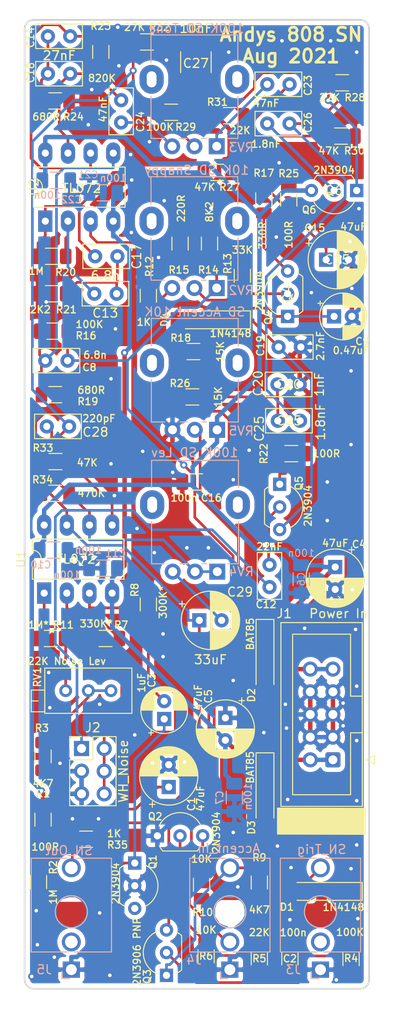
<source format=kicad_pcb>
(kicad_pcb (version 20171130) (host pcbnew "(5.1.9)-1")
  (layers (0 F.Cu signal) (31 B.Cu signal) (34 B.Paste user hide) (35 F.Paste user hide) (36 B.SilkS user) (37 F.SilkS user) (38 B.Mask user) (39 F.Mask user) (44 Edge.Cuts user))
  (net 0 "")
  (net 1 +12V)
  (net 2 -12V)
  (net 3 "Net-(D2-Pad2)")
  (net 4 "Net-(D3-Pad1)")
  (net 5 ACCENT)
  (net 6 "Net-(C19-Pad1)")
  (net 7 "Net-(C20-Pad1)")
  (net 8 "Net-(C23-Pad1)")
  (net 9 "Net-(C24-Pad2)")
  (net 10 "Net-(C25-Pad1)")
  (net 11 "Net-(C26-Pad1)")
  (net 12 "Net-(C27-Pad1)")
  (net 13 "Net-(C28-Pad1)")
  (net 14 SNARE_TRIGGER)
  (net 15 SD_OUT)
  (net 16 "Net-(R33-Pad2)")
  (net 17 GND)
  (net 18 "Net-(C1-Pad1)")
  (net 19 "Net-(C2-Pad2)")
  (net 20 "Net-(C2-Pad1)")
  (net 21 "Net-(C3-Pad2)")
  (net 22 "Net-(C3-Pad1)")
  (net 23 "Net-(C8-Pad2)")
  (net 24 "Net-(C8-Pad1)")
  (net 25 "Net-(C9-Pad1)")
  (net 26 "Net-(C12-Pad2)")
  (net 27 "Net-(C12-Pad1)")
  (net 28 "Net-(C13-Pad2)")
  (net 29 "Net-(C13-Pad1)")
  (net 30 "Net-(C14-Pad2)")
  (net 31 "Net-(C14-Pad1)")
  (net 32 "Net-(C15-Pad1)")
  (net 33 "Net-(C16-Pad1)")
  (net 34 "Net-(C17-Pad1)")
  (net 35 "Net-(C18-Pad1)")
  (net 36 "Net-(C27-Pad2)")
  (net 37 "Net-(J2-Pad2)")
  (net 38 "Net-(J3-PadTN)")
  (net 39 "Net-(J4-PadTN)")
  (net 40 "Net-(J5-PadTN)")
  (net 41 "Net-(Q1-Pad3)")
  (net 42 "Net-(Q2-Pad3)")
  (net 43 "Net-(Q2-Pad2)")
  (net 44 "Net-(Q3-Pad2)")
  (net 45 "Net-(Q4-Pad3)")
  (net 46 "Net-(Q4-Pad2)")
  (net 47 "Net-(Q5-Pad1)")
  (net 48 "Net-(R3-Pad1)")
  (net 49 "Net-(R7-Pad2)")
  (net 50 "Net-(R11-Pad2)")
  (net 51 "Net-(R12-Pad1)")
  (net 52 "Net-(R14-Pad2)")
  (net 53 "Net-(R29-Pad2)")
  (net 54 "Net-(C23-Pad2)")
  (net 55 "Net-(C28-Pad2)")
  (net 56 "Net-(C29-Pad2)")
  (net 57 "Net-(R13-Pad1)")
  (module Package_DIP:DIP-8_W7.62mm_LongPads (layer F.Cu) (at 172.085 49.53 90)
    (fp_text reference U2 (at 3.81 -1.27 90) (layer F.SilkS))
    (fp_text value TL072 (at 3.683 4.064 180) (layer F.SilkS))
    (pad 8 thru_hole oval (at 7.62 0 90) (size 2.4 1.6) (drill 0.8) (layers *.Cu *.Mask) (net 1 +12V))
    (pad 4 thru_hole oval (at 0 7.62 90) (size 2.4 1.6) (drill 0.8) (layers *.Cu *.Mask) (net 2 -12V))
    (pad 7 thru_hole oval (at 7.62 2.54 90) (size 2.4 1.6) (drill 0.8) (layers *.Cu *.Mask) (net 35 "Net-(C18-Pad1)"))
    (pad 3 thru_hole oval (at 0 5.08 90) (size 2.4 1.6) (drill 0.8) (layers *.Cu *.Mask) (net 52 "Net-(R14-Pad2)"))
    (pad 6 thru_hole oval (at 7.62 5.08 90) (size 2.4 1.6) (drill 0.8) (layers *.Cu *.Mask) (net 30 "Net-(C14-Pad2)"))
    (pad 2 thru_hole oval (at 0 2.54 90) (size 2.4 1.6) (drill 0.8) (layers *.Cu *.Mask) (net 28 "Net-(C13-Pad2)"))
    (pad 5 thru_hole oval (at 7.62 7.62 90) (size 2.4 1.6) (drill 0.8) (layers *.Cu *.Mask) (net 24 "Net-(C8-Pad1)"))
    (pad 1 thru_hole rect (at 0 0 90) (size 2.4 1.6) (drill 0.8) (layers *.Cu *.Mask) (net 34 "Net-(C17-Pad1)"))
  )
  (module Capacitor_THT:CP_Radial_D6.3mm_P2.50mm (layer F.Cu) (at 192.278 105.156 270)
    (fp_text reference C5 (at -2.413 1.905 90) (layer F.SilkS) (effects (font (size 0.8 0.8))))
    (fp_text value 47uF (at -2.286 3.048 90) (layer F.SilkS) (effects (font (size 0.8 0.8))))
    (pad 2 thru_hole circle (at 2.5 0 270) (size 1.6 1.6) (drill 0.8) (layers *.Cu *.Mask) (net 2 -12V))
    (pad 1 thru_hole rect (at 0 0 270) (size 1.6 1.6) (drill 0.8) (layers *.Cu *.Mask) (net 17 GND))
  )
  (module Capacitor_THT:CP_Radial_D6.3mm_P2.50mm (layer F.Cu) (at 204.597 88.265 270)
    (fp_text reference C4 (at -2.54 -2.667 180) (layer F.SilkS) (effects (font (size 0.8 0.8))))
    (fp_text value 47uF (at -2.667 0 180) (layer F.SilkS) (effects (font (size 0.8 0.8))))
    (pad 2 thru_hole circle (at 2.5 0 270) (size 1.6 1.6) (drill 0.8) (layers *.Cu *.Mask) (net 17 GND))
    (pad 1 thru_hole rect (at 0 0 270) (size 1.6 1.6) (drill 0.8) (layers *.Cu *.Mask) (net 1 +12V))
  )
  (module Capacitor_THT:CP_Radial_D5.0mm_P2.00mm (layer F.Cu) (at 204.47 60.198)
    (fp_text reference C9 (at 3.175 2.794) (layer F.SilkS) (effects (font (size 0.8 0.8))))
    (fp_text value 0.47uF (at 1.905 3.81) (layer F.SilkS) (effects (font (size 0.8 0.8))))
    (pad 2 thru_hole circle (at 2 0) (size 1.6 1.6) (drill 0.8) (layers *.Cu *.Mask) (net 17 GND))
    (pad 1 thru_hole rect (at 0 0) (size 1.6 1.6) (drill 0.8) (layers *.Cu *.Mask) (net 25 "Net-(C9-Pad1)"))
  )
  (module Capacitor_THT:CP_Radial_D5.0mm_P2.00mm (layer F.Cu) (at 185.42 105.283 90)
    (fp_text reference C3 (at 4.318 -1.397 90) (layer F.SilkS) (effects (font (size 0.8 0.8))))
    (fp_text value 1uF (at 4.064 -2.54 90) (layer F.SilkS) (effects (font (size 0.8 0.8))))
    (pad 2 thru_hole circle (at 2 0 90) (size 1.6 1.6) (drill 0.8) (layers *.Cu *.Mask) (net 21 "Net-(C3-Pad2)"))
    (pad 1 thru_hole rect (at 0 0 90) (size 1.6 1.6) (drill 0.8) (layers *.Cu *.Mask) (net 22 "Net-(C3-Pad1)"))
  )
  (module Andys_Custom_Footprints:R_1206_3216Metric_Pad1.30x1.75mm_HandSolder (layer F.Cu) (at 176.657 118.745)
    (fp_text reference R35 (at 3.53 0.635) (layer F.SilkS) (effects (font (size 0.8 0.8))))
    (fp_text value 1K (at 3.149 -0.635) (layer F.SilkS) (effects (font (size 0.8 0.8))))
    (pad 2 smd roundrect (at 1.55 0) (size 1.3 1.75) (layers F.Cu F.Paste F.Mask) (roundrect_rratio 0.1923069230769231) (net 13 "Net-(C28-Pad1)"))
    (pad 1 smd roundrect (at -1.55 0) (size 1.3 1.75) (layers F.Cu F.Paste F.Mask) (roundrect_rratio 0.1923069230769231) (net 15 SD_OUT))
  )
  (module Andys_Custom_Footprints:R_1206_3216Metric_Pad1.30x1.75mm_HandSolder (layer F.Cu) (at 173.202 80.01)
    (fp_text reference R34 (at -1.423 -1.524 180) (layer F.SilkS) (effects (font (size 0.8 0.8))))
    (fp_text value 470K (at 4.038 0) (layer F.SilkS) (effects (font (size 0.8 0.8))))
    (pad 2 smd roundrect (at 1.55 0) (size 1.3 1.75) (layers F.Cu F.Paste F.Mask) (roundrect_rratio 0.1923069230769231) (net 55 "Net-(C28-Pad2)"))
    (pad 1 smd roundrect (at -1.55 0) (size 1.3 1.75) (layers F.Cu F.Paste F.Mask) (roundrect_rratio 0.1923069230769231) (net 13 "Net-(C28-Pad1)"))
  )
  (module Andys_Custom_Footprints:R_1206_3216Metric_Pad1.30x1.75mm_HandSolder (layer F.Cu) (at 173.228 76.454)
    (fp_text reference R33 (at -1.397 -1.524 180) (layer F.SilkS) (effects (font (size 0.8 0.8))))
    (fp_text value 47K (at 3.556 0.127 180) (layer F.SilkS) (effects (font (size 0.8 0.8))))
    (pad 2 smd roundrect (at 1.55 0) (size 1.3 1.75) (layers F.Cu F.Paste F.Mask) (roundrect_rratio 0.1923069230769231) (net 16 "Net-(R33-Pad2)"))
    (pad 1 smd roundrect (at -1.55 0) (size 1.3 1.75) (layers F.Cu F.Paste F.Mask) (roundrect_rratio 0.1923069230769231) (net 17 GND))
  )
  (module Andys_Custom_Footprints:R_1206_3216Metric_Pad1.30x1.75mm_HandSolder (layer F.Cu) (at 183.489 29.464 180)
    (fp_text reference R32 (at -1.397 1.651 180) (layer F.SilkS) (effects (font (size 0.8 0.8))))
    (fp_text value 27K (at 1.397 1.651 180) (layer F.SilkS) (effects (font (size 0.8 0.8))))
    (pad 2 smd roundrect (at 1.55 0 180) (size 1.3 1.75) (layers F.Cu F.Paste F.Mask) (roundrect_rratio 0.1923069230769231) (net 55 "Net-(C28-Pad2)"))
    (pad 1 smd roundrect (at -1.55 0 180) (size 1.3 1.75) (layers F.Cu F.Paste F.Mask) (roundrect_rratio 0.1923069230769231) (net 12 "Net-(C27-Pad1)"))
  )
  (module Andys_Custom_Footprints:R_1206_3216Metric_Pad1.30x1.75mm_HandSolder (layer F.Cu) (at 192.786 37.719)
    (fp_text reference R31 (at -1.397 -1.524) (layer F.SilkS) (effects (font (size 0.8 0.8))))
    (fp_text value 22K (at 1.143 1.651) (layer F.SilkS) (effects (font (size 0.8 0.8))))
    (pad 2 smd roundrect (at 1.55 0) (size 1.3 1.75) (layers F.Cu F.Paste F.Mask) (roundrect_rratio 0.1923069230769231) (net 36 "Net-(C27-Pad2)"))
    (pad 1 smd roundrect (at -1.55 0) (size 1.3 1.75) (layers F.Cu F.Paste F.Mask) (roundrect_rratio 0.1923069230769231) (net 2 -12V))
  )
  (module Andys_Custom_Footprints:R_1206_3216Metric_Pad1.30x1.75mm_HandSolder (layer F.Cu) (at 205.258 40.005 180)
    (fp_text reference R30 (at -1.498 -1.651 180) (layer F.SilkS) (effects (font (size 0.8 0.8))))
    (fp_text value 47K (at 1.371 -1.651 180) (layer F.SilkS) (effects (font (size 0.8 0.8))))
    (pad 2 smd roundrect (at 1.55 0 180) (size 1.3 1.75) (layers F.Cu F.Paste F.Mask) (roundrect_rratio 0.1923069230769231) (net 11 "Net-(C26-Pad1)"))
    (pad 1 smd roundrect (at -1.55 0 180) (size 1.3 1.75) (layers F.Cu F.Paste F.Mask) (roundrect_rratio 0.1923069230769231) (net 17 GND))
  )
  (module Andys_Custom_Footprints:R_1206_3216Metric_Pad1.30x1.75mm_HandSolder (layer F.Cu) (at 186.208 37.338)
    (fp_text reference R29 (at 1.625 1.651) (layer F.SilkS) (effects (font (size 0.8 0.8))))
    (fp_text value 100K (at -1.27 1.651 180) (layer F.SilkS) (effects (font (size 0.8 0.8))))
    (pad 2 smd roundrect (at 1.55 0) (size 1.3 1.75) (layers F.Cu F.Paste F.Mask) (roundrect_rratio 0.1923069230769231) (net 53 "Net-(R29-Pad2)"))
    (pad 1 smd roundrect (at -1.55 0) (size 1.3 1.75) (layers F.Cu F.Paste F.Mask) (roundrect_rratio 0.1923069230769231) (net 55 "Net-(C28-Pad2)"))
  )
  (module Andys_Custom_Footprints:R_1206_3216Metric_Pad1.30x1.75mm_HandSolder (layer F.Cu) (at 205.385 34.036)
    (fp_text reference R28 (at 1.423 1.651 180) (layer F.SilkS) (effects (font (size 0.8 0.8))))
    (fp_text value 22K (at -1.423 1.651 180) (layer F.SilkS) (effects (font (size 0.8 0.8))))
    (pad 2 smd roundrect (at 1.55 0) (size 1.3 1.75) (layers F.Cu F.Paste F.Mask) (roundrect_rratio 0.1923069230769231) (net 10 "Net-(C25-Pad1)"))
    (pad 1 smd roundrect (at -1.55 0) (size 1.3 1.75) (layers F.Cu F.Paste F.Mask) (roundrect_rratio 0.1923069230769231) (net 36 "Net-(C27-Pad2)"))
  )
  (module Andys_Custom_Footprints:R_1206_3216Metric_Pad1.30x1.75mm_HandSolder (layer F.Cu) (at 191.363 44.069)
    (fp_text reference R27 (at 1.397 1.651 180) (layer F.SilkS) (effects (font (size 0.8 0.8))))
    (fp_text value 47K (at -1.397 1.651 180) (layer F.SilkS) (effects (font (size 0.8 0.8))))
    (pad 2 smd roundrect (at 1.55 0) (size 1.3 1.75) (layers F.Cu F.Paste F.Mask) (roundrect_rratio 0.1923069230769231) (net 54 "Net-(C23-Pad2)"))
    (pad 1 smd roundrect (at -1.55 0) (size 1.3 1.75) (layers F.Cu F.Paste F.Mask) (roundrect_rratio 0.1923069230769231) (net 34 "Net-(C17-Pad1)"))
  )
  (module Andys_Custom_Footprints:R_1206_3216Metric_Pad1.30x1.75mm_HandSolder (layer F.Cu) (at 188.569 69.215 180)
    (fp_text reference R26 (at 1.371 1.524 180) (layer F.SilkS) (effects (font (size 0.8 0.8))))
    (fp_text value 15K (at -2.921 0 90) (layer F.SilkS) (effects (font (size 0.8 0.8))))
    (pad 2 smd roundrect (at 1.55 0 180) (size 1.3 1.75) (layers F.Cu F.Paste F.Mask) (roundrect_rratio 0.1923069230769231) (net 33 "Net-(C16-Pad1)"))
    (pad 1 smd roundrect (at -1.55 0 180) (size 1.3 1.75) (layers F.Cu F.Paste F.Mask) (roundrect_rratio 0.1923069230769231) (net 7 "Net-(C20-Pad1)"))
  )
  (module Andys_Custom_Footprints:R_1206_3216Metric_Pad1.30x1.75mm_HandSolder (layer F.Cu) (at 199.39 47.117 270)
    (fp_text reference R25 (at -2.921 0) (layer F.SilkS) (effects (font (size 0.8 0.8))))
    (fp_text value 100R (at 3.937 0 90) (layer F.SilkS) (effects (font (size 0.8 0.8))))
    (pad 2 smd roundrect (at 1.55 0 270) (size 1.3 1.75) (layers F.Cu F.Paste F.Mask) (roundrect_rratio 0.1923069230769231) (net 32 "Net-(C15-Pad1)"))
    (pad 1 smd roundrect (at -1.55 0 270) (size 1.3 1.75) (layers F.Cu F.Paste F.Mask) (roundrect_rratio 0.1923069230769231) (net 1 +12V))
  )
  (module Andys_Custom_Footprints:R_1206_3216Metric_Pad1.30x1.75mm_HandSolder (layer F.Cu) (at 173.202 36.068)
    (fp_text reference R24 (at 2.032 1.778 180) (layer F.SilkS) (effects (font (size 0.8 0.8))))
    (fp_text value 680R (at -1.016 1.778) (layer F.SilkS) (effects (font (size 0.8 0.8))))
    (pad 2 smd roundrect (at 1.55 0) (size 1.3 1.75) (layers F.Cu F.Paste F.Mask) (roundrect_rratio 0.1923069230769231) (net 17 GND))
    (pad 1 smd roundrect (at -1.55 0) (size 1.3 1.75) (layers F.Cu F.Paste F.Mask) (roundrect_rratio 0.1923069230769231) (net 31 "Net-(C14-Pad1)"))
  )
  (module Andys_Custom_Footprints:R_1206_3216Metric_Pad1.30x1.75mm_HandSolder (layer F.Cu) (at 178.308 30.581 90)
    (fp_text reference R23 (at 2.895 0 180) (layer F.SilkS) (effects (font (size 0.8 0.8))))
    (fp_text value 820K (at -2.947 0.127) (layer F.SilkS) (effects (font (size 0.8 0.8))))
    (pad 2 smd roundrect (at 1.55 0 90) (size 1.3 1.75) (layers F.Cu F.Paste F.Mask) (roundrect_rratio 0.1923069230769231) (net 30 "Net-(C14-Pad2)"))
    (pad 1 smd roundrect (at -1.55 0 90) (size 1.3 1.75) (layers F.Cu F.Paste F.Mask) (roundrect_rratio 0.1923069230769231) (net 35 "Net-(C18-Pad1)"))
  )
  (module Andys_Custom_Footprints:R_1206_3216Metric_Pad1.30x1.75mm_HandSolder (layer F.Cu) (at 199.67 75.565)
    (fp_text reference R22 (at -3.074 0 270) (layer F.SilkS) (effects (font (size 0.8 0.8))))
    (fp_text value 100R (at 3.937 0) (layer F.SilkS) (effects (font (size 0.8 0.8))))
    (pad 2 smd roundrect (at 1.55 0) (size 1.3 1.75) (layers F.Cu F.Paste F.Mask) (roundrect_rratio 0.1923069230769231) (net 47 "Net-(Q5-Pad1)"))
    (pad 1 smd roundrect (at -1.55 0) (size 1.3 1.75) (layers F.Cu F.Paste F.Mask) (roundrect_rratio 0.1923069230769231) (net 17 GND))
  )
  (module Andys_Custom_Footprints:R_1206_3216Metric_Pad1.30x1.75mm_HandSolder (layer F.Cu) (at 172.821 57.658 180)
    (fp_text reference R21 (at -1.625 -1.778 180) (layer F.SilkS) (effects (font (size 0.8 0.8))))
    (fp_text value 2K2 (at 1.296 -1.778 180) (layer F.SilkS) (effects (font (size 0.8 0.8))))
    (pad 2 smd roundrect (at 1.55 0 180) (size 1.3 1.75) (layers F.Cu F.Paste F.Mask) (roundrect_rratio 0.1923069230769231) (net 17 GND))
    (pad 1 smd roundrect (at -1.55 0 180) (size 1.3 1.75) (layers F.Cu F.Paste F.Mask) (roundrect_rratio 0.1923069230769231) (net 29 "Net-(C13-Pad1)"))
  )
  (module Andys_Custom_Footprints:R_1206_3216Metric_Pad1.30x1.75mm_HandSolder (layer F.Cu) (at 172.821 53.467)
    (fp_text reference R20 (at 1.55 1.778) (layer F.SilkS) (effects (font (size 0.8 0.8))))
    (fp_text value 1M (at -1.752 1.651 180) (layer F.SilkS) (effects (font (size 0.8 0.8))))
    (pad 2 smd roundrect (at 1.55 0) (size 1.3 1.75) (layers F.Cu F.Paste F.Mask) (roundrect_rratio 0.1923069230769231) (net 28 "Net-(C13-Pad2)"))
    (pad 1 smd roundrect (at -1.55 0) (size 1.3 1.75) (layers F.Cu F.Paste F.Mask) (roundrect_rratio 0.1923069230769231) (net 34 "Net-(C17-Pad1)"))
  )
  (module Andys_Custom_Footprints:R_1206_3216Metric_Pad1.30x1.75mm_HandSolder (layer F.Cu) (at 173.202 68.961)
    (fp_text reference R19 (at 3.657 0.762) (layer F.SilkS) (effects (font (size 0.8 0.8))))
    (fp_text value 680R (at 4.038 -0.508) (layer F.SilkS) (effects (font (size 0.8 0.8))))
    (pad 2 smd roundrect (at 1.55 0) (size 1.3 1.75) (layers F.Cu F.Paste F.Mask) (roundrect_rratio 0.1923069230769231) (net 17 GND))
    (pad 1 smd roundrect (at -1.55 0) (size 1.3 1.75) (layers F.Cu F.Paste F.Mask) (roundrect_rratio 0.1923069230769231) (net 24 "Net-(C8-Pad1)"))
  )
  (module Andys_Custom_Footprints:R_1206_3216Metric_Pad1.30x1.75mm_HandSolder (layer F.Cu) (at 188.696 64.135)
    (fp_text reference R18 (at -1.423 -1.524 180) (layer F.SilkS) (effects (font (size 0.8 0.8))))
    (fp_text value 15K (at 3.022 0 90) (layer F.SilkS) (effects (font (size 0.8 0.8))))
    (pad 2 smd roundrect (at 1.55 0) (size 1.3 1.75) (layers F.Cu F.Paste F.Mask) (roundrect_rratio 0.1923069230769231) (net 25 "Net-(C9-Pad1)"))
    (pad 1 smd roundrect (at -1.55 0) (size 1.3 1.75) (layers F.Cu F.Paste F.Mask) (roundrect_rratio 0.1923069230769231) (net 33 "Net-(C16-Pad1)"))
  )
  (module Andys_Custom_Footprints:R_1206_3216Metric_Pad1.30x1.75mm_HandSolder (layer F.Cu) (at 196.596 47.091 270)
    (fp_text reference R17 (at -2.947 0 180) (layer F.SilkS) (effects (font (size 0.8 0.8))))
    (fp_text value 330R (at 4.038 0.127 90) (layer F.SilkS) (effects (font (size 0.8 0.8))))
    (pad 2 smd roundrect (at 1.55 0 270) (size 1.3 1.75) (layers F.Cu F.Paste F.Mask) (roundrect_rratio 0.1923069230769231) (net 45 "Net-(Q4-Pad3)"))
    (pad 1 smd roundrect (at -1.55 0 270) (size 1.3 1.75) (layers F.Cu F.Paste F.Mask) (roundrect_rratio 0.1923069230769231) (net 32 "Net-(C15-Pad1)"))
  )
  (module Andys_Custom_Footprints:R_1206_3216Metric_Pad1.30x1.75mm_HandSolder (layer F.Cu) (at 173 61.849)
    (fp_text reference R16 (at 3.657 0.508) (layer F.SilkS) (effects (font (size 0.8 0.8))))
    (fp_text value 100K (at 4.038 -0.762) (layer F.SilkS) (effects (font (size 0.8 0.8))))
    (pad 2 smd roundrect (at 1.55 0) (size 1.3 1.75) (layers F.Cu F.Paste F.Mask) (roundrect_rratio 0.1923069230769231) (net 23 "Net-(C8-Pad2)"))
    (pad 1 smd roundrect (at -1.55 0) (size 1.3 1.75) (layers F.Cu F.Paste F.Mask) (roundrect_rratio 0.1923069230769231) (net 24 "Net-(C8-Pad1)"))
  )
  (module Andys_Custom_Footprints:R_1206_3216Metric_Pad1.30x1.75mm_HandSolder (layer F.Cu) (at 187.198 52.044 90)
    (fp_text reference R15 (at -2.947 -0.127 180) (layer F.SilkS) (effects (font (size 0.8 0.8))))
    (fp_text value 220R (at 3.937 0.127 90) (layer F.SilkS) (effects (font (size 0.8 0.8))))
    (pad 2 smd roundrect (at 1.55 0 90) (size 1.3 1.75) (layers F.Cu F.Paste F.Mask) (roundrect_rratio 0.1923069230769231) (net 17 GND))
    (pad 1 smd roundrect (at -1.55 0 90) (size 1.3 1.75) (layers F.Cu F.Paste F.Mask) (roundrect_rratio 0.1923069230769231) (net 52 "Net-(R14-Pad2)"))
  )
  (module Andys_Custom_Footprints:R_1206_3216Metric_Pad1.30x1.75mm_HandSolder (layer F.Cu) (at 190.5 52.044 90)
    (fp_text reference R14 (at -2.947 -0.127 180) (layer F.SilkS) (effects (font (size 0.8 0.8))))
    (fp_text value 8K2 (at 3.556 0 270) (layer F.SilkS) (effects (font (size 0.8 0.8))))
    (pad 2 smd roundrect (at 1.55 0 90) (size 1.3 1.75) (layers F.Cu F.Paste F.Mask) (roundrect_rratio 0.1923069230769231) (net 52 "Net-(R14-Pad2)"))
    (pad 1 smd roundrect (at -1.55 0 90) (size 1.3 1.75) (layers F.Cu F.Paste F.Mask) (roundrect_rratio 0.1923069230769231) (net 23 "Net-(C8-Pad2)"))
  )
  (module Andys_Custom_Footprints:R_1206_3216Metric_Pad1.30x1.75mm_HandSolder (layer F.Cu) (at 194.183 55.652 270)
    (fp_text reference R13 (at -1.371 1.651 270) (layer F.SilkS) (effects (font (size 0.8 0.8))))
    (fp_text value 33K (at -2.895 0 180) (layer F.SilkS) (effects (font (size 0.8 0.8))))
    (pad 2 smd roundrect (at 1.55 0 270) (size 1.3 1.75) (layers F.Cu F.Paste F.Mask) (roundrect_rratio 0.1923069230769231) (net 46 "Net-(Q4-Pad2)"))
    (pad 1 smd roundrect (at -1.55 0 270) (size 1.3 1.75) (layers F.Cu F.Paste F.Mask) (roundrect_rratio 0.1923069230769231) (net 57 "Net-(R13-Pad1)"))
  )
  (module Andys_Custom_Footprints:R_1206_3216Metric_Pad1.30x1.75mm_HandSolder (layer F.Cu) (at 183.642 57.886 90)
    (fp_text reference R12 (at 3.276 0.127 270) (layer F.SilkS) (effects (font (size 0.8 0.8))))
    (fp_text value 1K (at -2.947 -0.508 180) (layer F.SilkS) (effects (font (size 0.8 0.8))))
    (pad 2 smd roundrect (at 1.55 0 90) (size 1.3 1.75) (layers F.Cu F.Paste F.Mask) (roundrect_rratio 0.1923069230769231) (net 17 GND))
    (pad 1 smd roundrect (at -1.55 0 90) (size 1.3 1.75) (layers F.Cu F.Paste F.Mask) (roundrect_rratio 0.1923069230769231) (net 51 "Net-(R12-Pad1)"))
  )
  (module Andys_Custom_Footprints:R_1206_3216Metric_Pad1.30x1.75mm_HandSolder (layer F.Cu) (at 172.694 96.266)
    (fp_text reference R11 (at 1.423 -1.524) (layer F.SilkS) (effects (font (size 0.8 0.8))))
    (fp_text value 1M* (at -1.371 -1.524 180) (layer F.SilkS) (effects (font (size 0.8 0.8))))
    (pad 2 smd roundrect (at 1.55 0) (size 1.3 1.75) (layers F.Cu F.Paste F.Mask) (roundrect_rratio 0.1923069230769231) (net 50 "Net-(R11-Pad2)"))
    (pad 1 smd roundrect (at -1.55 0) (size 1.3 1.75) (layers F.Cu F.Paste F.Mask) (roundrect_rratio 0.1923069230769231) (net 37 "Net-(J2-Pad2)"))
  )
  (module Andys_Custom_Footprints:R_1206_3216Metric_Pad1.30x1.75mm_HandSolder (layer F.Cu) (at 189.611 123.851 90)
    (fp_text reference R10 (at -3.074 0.127 180) (layer F.SilkS) (effects (font (size 0.8 0.8))))
    (fp_text value 10K (at 2.895 0 180) (layer F.SilkS) (effects (font (size 0.8 0.8))))
    (pad 2 smd roundrect (at 1.55 0 90) (size 1.3 1.75) (layers F.Cu F.Paste F.Mask) (roundrect_rratio 0.1923069230769231) (net 42 "Net-(Q2-Pad3)"))
    (pad 1 smd roundrect (at -1.55 0 90) (size 1.3 1.75) (layers F.Cu F.Paste F.Mask) (roundrect_rratio 0.1923069230769231) (net 44 "Net-(Q3-Pad2)"))
  )
  (module Andys_Custom_Footprints:R_1206_3216Metric_Pad1.30x1.75mm_HandSolder (layer F.Cu) (at 196.088 123.597 270)
    (fp_text reference R9 (at -2.794 0 180) (layer F.SilkS) (effects (font (size 0.8 0.8))))
    (fp_text value 4K7 (at 3.048 0 180) (layer F.SilkS) (effects (font (size 0.8 0.8))))
    (pad 2 smd roundrect (at 1.55 0 270) (size 1.3 1.75) (layers F.Cu F.Paste F.Mask) (roundrect_rratio 0.1923069230769231) (net 44 "Net-(Q3-Pad2)"))
    (pad 1 smd roundrect (at -1.55 0 270) (size 1.3 1.75) (layers F.Cu F.Paste F.Mask) (roundrect_rratio 0.1923069230769231) (net 5 ACCENT))
  )
  (module Andys_Custom_Footprints:R_1206_3216Metric_Pad1.30x1.75mm_HandSolder (layer F.Cu) (at 183.642 92.456 90)
    (fp_text reference R8 (at 1.625 -1.524 90) (layer F.SilkS) (effects (font (size 0.8 0.8))))
    (fp_text value 300K* (at 0.254 1.651 270) (layer F.SilkS) (effects (font (size 0.8 0.8))))
    (pad 2 smd roundrect (at 1.55 0 90) (size 1.3 1.75) (layers F.Cu F.Paste F.Mask) (roundrect_rratio 0.1923069230769231) (net 17 GND))
    (pad 1 smd roundrect (at -1.55 0 90) (size 1.3 1.75) (layers F.Cu F.Paste F.Mask) (roundrect_rratio 0.1923069230769231) (net 21 "Net-(C3-Pad2)"))
  )
  (module Andys_Custom_Footprints:R_1206_3216Metric_Pad1.30x1.75mm_HandSolder (layer F.Cu) (at 178.842 96.266)
    (fp_text reference R7 (at 1.752 -1.524) (layer F.SilkS) (effects (font (size 0.8 0.8))))
    (fp_text value 330K* (at -1.042 -1.651 180) (layer F.SilkS) (effects (font (size 0.8 0.8))))
    (pad 2 smd roundrect (at 1.55 0) (size 1.3 1.75) (layers F.Cu F.Paste F.Mask) (roundrect_rratio 0.1923069230769231) (net 49 "Net-(R7-Pad2)"))
    (pad 1 smd roundrect (at -1.55 0) (size 1.3 1.75) (layers F.Cu F.Paste F.Mask) (roundrect_rratio 0.1923069230769231) (net 50 "Net-(R11-Pad2)"))
  )
  (module Andys_Custom_Footprints:R_1206_3216Metric_Pad1.30x1.75mm_HandSolder (layer F.Cu) (at 190.119 131.852 270)
    (fp_text reference R6 (at -0.026 0 180) (layer F.SilkS) (effects (font (size 0.8 0.8))))
    (fp_text value 10K (at -2.947 0 180) (layer F.SilkS) (effects (font (size 0.8 0.8))))
    (pad 2 smd roundrect (at 1.55 0 270) (size 1.3 1.75) (layers F.Cu F.Paste F.Mask) (roundrect_rratio 0.1923069230769231) (net 17 GND))
    (pad 1 smd roundrect (at -1.55 0 270) (size 1.3 1.75) (layers F.Cu F.Paste F.Mask) (roundrect_rratio 0.1923069230769231) (net 43 "Net-(Q2-Pad2)"))
  )
  (module Andys_Custom_Footprints:R_1206_3216Metric_Pad1.30x1.75mm_HandSolder (layer F.Cu) (at 196.088 132.106 90)
    (fp_text reference R5 (at 0 0 180) (layer F.SilkS) (effects (font (size 0.8 0.8))))
    (fp_text value 22K (at 2.921 0 180) (layer F.SilkS) (effects (font (size 0.8 0.8))))
    (pad 2 smd roundrect (at 1.55 0 90) (size 1.3 1.75) (layers F.Cu F.Paste F.Mask) (roundrect_rratio 0.1923069230769231) (net 43 "Net-(Q2-Pad2)"))
    (pad 1 smd roundrect (at -1.55 0 90) (size 1.3 1.75) (layers F.Cu F.Paste F.Mask) (roundrect_rratio 0.1923069230769231) (net 20 "Net-(C2-Pad1)"))
  )
  (module Andys_Custom_Footprints:R_1206_3216Metric_Pad1.30x1.75mm_HandSolder (layer F.Cu) (at 206.375 132.181 270)
    (fp_text reference R4 (at -0.101 0 180) (layer F.SilkS) (effects (font (size 0.8 0.8))))
    (fp_text value 100K (at -3.022 0.127 180) (layer F.SilkS) (effects (font (size 0.8 0.8))))
    (pad 2 smd roundrect (at 1.55 0 270) (size 1.3 1.75) (layers F.Cu F.Paste F.Mask) (roundrect_rratio 0.1923069230769231) (net 17 GND))
    (pad 1 smd roundrect (at -1.55 0 270) (size 1.3 1.75) (layers F.Cu F.Paste F.Mask) (roundrect_rratio 0.1923069230769231) (net 19 "Net-(C2-Pad2)"))
  )
  (module Andys_Custom_Footprints:R_1206_3216Metric_Pad1.30x1.75mm_HandSolder (layer F.Cu) (at 171.831 109.474 270)
    (fp_text reference R3 (at -3.175 0.127 180) (layer F.SilkS) (effects (font (size 0.8 0.8))))
    (fp_text value 4K7 (at 3.022 0) (layer F.SilkS) (effects (font (size 0.8 0.8))))
    (pad 2 smd roundrect (at 1.55 0 270) (size 1.3 1.75) (layers F.Cu F.Paste F.Mask) (roundrect_rratio 0.1923069230769231) (net 17 GND))
    (pad 1 smd roundrect (at -1.55 0 270) (size 1.3 1.75) (layers F.Cu F.Paste F.Mask) (roundrect_rratio 0.1923069230769231) (net 48 "Net-(R3-Pad1)"))
  )
  (module Andys_Custom_Footprints:R_1206_3216Metric_Pad1.30x1.75mm_HandSolder (layer F.Cu) (at 171.323 123.545 90)
    (fp_text reference R2 (at 1.651 1.651 90) (layer F.SilkS) (effects (font (size 0.8 0.8))))
    (fp_text value 1M (at -1.651 1.651 90) (layer F.SilkS) (effects (font (size 0.8 0.8))))
    (pad 2 smd roundrect (at 1.55 0 90) (size 1.3 1.75) (layers F.Cu F.Paste F.Mask) (roundrect_rratio 0.1923069230769231) (net 18 "Net-(C1-Pad1)"))
    (pad 1 smd roundrect (at -1.55 0 90) (size 1.3 1.75) (layers F.Cu F.Paste F.Mask) (roundrect_rratio 0.1923069230769231) (net 22 "Net-(C3-Pad1)"))
  )
  (module Andys_Custom_Footprints:R_1206_3216Metric_Pad1.30x1.75mm_HandSolder (layer F.Cu) (at 171.831 116.56 270)
    (fp_text reference R1 (at -2.921 0 180) (layer F.SilkS) (effects (font (size 0.8 0.8))))
    (fp_text value 100R (at 3.048 -0.254) (layer F.SilkS) (effects (font (size 0.8 0.8))))
    (pad 2 smd roundrect (at 1.55 0 270) (size 1.3 1.75) (layers F.Cu F.Paste F.Mask) (roundrect_rratio 0.1923069230769231) (net 18 "Net-(C1-Pad1)"))
    (pad 1 smd roundrect (at -1.55 0 270) (size 1.3 1.75) (layers F.Cu F.Paste F.Mask) (roundrect_rratio 0.1923069230769231) (net 1 +12V))
  )
  (module Andys_Custom_Footprints:D_MiniMELF_Handsoldering (layer F.Cu) (at 190.544 60.579 180)
    (fp_text reference D4 (at 5.08 0 90) (layer F.SilkS) (effects (font (size 0.8 0.8))))
    (fp_text value 1N4148 (at -2.33 -1.524) (layer F.SilkS) (effects (font (size 0.8 0.8))))
    (pad 2 smd rect (at 2.75 0 180) (size 3.3 1.7) (layers F.Cu F.Paste F.Mask) (net 7 "Net-(C20-Pad1)"))
    (pad 1 smd rect (at -2.75 0 180) (size 3.3 1.7) (layers F.Cu F.Paste F.Mask) (net 6 "Net-(C19-Pad1)"))
  )
  (module Andys_Custom_Footprints:D_MiniMELF_Handsoldering (layer F.Cu) (at 196.723 113.621 270)
    (fp_text reference D3 (at 3.81 1.524 90) (layer F.SilkS) (effects (font (size 0.8 0.8))))
    (fp_text value BAT85 (at -2.921 1.651 90) (layer F.SilkS) (effects (font (size 0.8 0.8))))
    (pad 2 smd rect (at 2.75 0 270) (size 3.3 1.7) (layers F.Cu F.Paste F.Mask) (net 2 -12V))
    (pad 1 smd rect (at -2.75 0 270) (size 3.3 1.7) (layers F.Cu F.Paste F.Mask) (net 4 "Net-(D3-Pad1)"))
  )
  (module Andys_Custom_Footprints:D_MiniMELF_Handsoldering (layer F.Cu) (at 196.723 98.679 270)
    (fp_text reference D2 (at 3.937 1.524 90) (layer F.SilkS) (effects (font (size 0.8 0.8))))
    (fp_text value BAT85 (at -2.921 1.651 90) (layer F.SilkS) (effects (font (size 0.8 0.8))))
    (pad 2 smd rect (at 2.75 0 270) (size 3.3 1.7) (layers F.Cu F.Paste F.Mask) (net 3 "Net-(D2-Pad2)"))
    (pad 1 smd rect (at -2.75 0 270) (size 3.3 1.7) (layers F.Cu F.Paste F.Mask) (net 1 +12V))
  )
  (module Andys_Custom_Footprints:D_MiniMELF_Handsoldering (layer F.Cu) (at 203.073 124.587 180)
    (fp_text reference D1 (at 3.893 -1.75) (layer F.SilkS) (effects (font (size 0.8 0.8))))
    (fp_text value 1N4148 (at -2.457 -1.778) (layer F.SilkS) (effects (font (size 0.8 0.8))))
    (pad 2 smd rect (at 2.75 0 180) (size 3.3 1.7) (layers F.Cu F.Paste F.Mask) (net 14 SNARE_TRIGGER))
    (pad 1 smd rect (at -2.75 0 180) (size 3.3 1.7) (layers F.Cu F.Paste F.Mask) (net 19 "Net-(C2-Pad2)"))
  )
  (module Andys_Custom_Footprints:C_1206_3216Metric_Pad1.33x1.80mm_HandSolder (layer B.Cu) (at 178.6 46.355 180)
    (fp_text reference C22 (at 3.5945 -0.762 180) (layer B.SilkS) (effects (font (size 0.8 0.8)) (justify mirror)))
    (fp_text value 100n (at -1.1045 1.651 180) (layer B.SilkS) (effects (font (size 0.8 0.8)) (justify mirror)))
    (pad 2 smd roundrect (at 1.5625 0 180) (size 1.325 1.8) (layers B.Cu B.Paste B.Mask) (roundrect_rratio 0.1886777358490566) (net 17 GND))
    (pad 1 smd roundrect (at -1.5625 0 180) (size 1.325 1.8) (layers B.Cu B.Paste B.Mask) (roundrect_rratio 0.1886777358490566) (net 2 -12V))
  )
  (module Andys_Custom_Footprints:C_1206_3216Metric_Pad1.33x1.80mm_HandSolder (layer B.Cu) (at 173.316 44.958 180)
    (fp_text reference C21 (at -3.556 0.635 180) (layer B.SilkS) (effects (font (size 0.8 0.8) (thickness 0.1)) (justify mirror)))
    (fp_text value 100n (at 1.016 -1.651 180) (layer B.SilkS) (effects (font (size 0.8 0.8)) (justify mirror)))
    (pad 2 smd roundrect (at 1.5625 0 180) (size 1.325 1.8) (layers B.Cu B.Paste B.Mask) (roundrect_rratio 0.1886777358490566) (net 1 +12V))
    (pad 1 smd roundrect (at -1.5625 0 180) (size 1.325 1.8) (layers B.Cu B.Paste B.Mask) (roundrect_rratio 0.1886777358490566) (net 17 GND))
  )
  (module Andys_Custom_Footprints:C_1206_3216Metric_Pad1.33x1.80mm_HandSolder (layer F.Cu) (at 189.014 78.74 180)
    (fp_text reference C16 (at -1.6895 -1.778 180) (layer F.SilkS) (effects (font (size 0.8 0.8))))
    (fp_text value 100n (at 1.3585 -1.778 180) (layer F.SilkS) (effects (font (size 0.8 0.8))))
    (pad 2 smd roundrect (at 1.5625 0 180) (size 1.325 1.8) (layers F.Cu F.Paste F.Mask) (roundrect_rratio 0.1886777358490566) (net 17 GND))
    (pad 1 smd roundrect (at -1.5625 0 180) (size 1.325 1.8) (layers F.Cu F.Paste F.Mask) (roundrect_rratio 0.1886777358490566) (net 33 "Net-(C16-Pad1)"))
  )
  (module Andys_Custom_Footprints:C_1206_3216Metric_Pad1.33x1.80mm_HandSolder (layer B.Cu) (at 178.562 88.392 180)
    (fp_text reference C11 (at -1.397 1.651 180) (layer B.SilkS) (effects (font (size 0.8 0.8)) (justify mirror)))
    (fp_text value 100n (at 4.064 -0.762 180) (layer B.SilkS) (effects (font (size 0.8 0.8)) (justify mirror)))
    (pad 2 smd roundrect (at 1.5625 0 180) (size 1.325 1.8) (layers B.Cu B.Paste B.Mask) (roundrect_rratio 0.1886777358490566) (net 17 GND))
    (pad 1 smd roundrect (at -1.5625 0 180) (size 1.325 1.8) (layers B.Cu B.Paste B.Mask) (roundrect_rratio 0.1886777358490566) (net 2 -12V))
  )
  (module Andys_Custom_Footprints:C_1206_3216Metric_Pad1.33x1.80mm_HandSolder (layer B.Cu) (at 173.012 86.36 180)
    (fp_text reference C10 (at 1.4355 -1.651 180) (layer B.SilkS) (effects (font (size 0.8 0.8)) (justify mirror)))
    (fp_text value 100n (at -3.8985 0) (layer B.SilkS) (effects (font (size 0.8 0.8)) (justify mirror)))
    (pad 2 smd roundrect (at 1.5625 0 180) (size 1.325 1.8) (layers B.Cu B.Paste B.Mask) (roundrect_rratio 0.1886777358490566) (net 1 +12V))
    (pad 1 smd roundrect (at -1.5625 0 180) (size 1.325 1.8) (layers B.Cu B.Paste B.Mask) (roundrect_rratio 0.1886777358490566) (net 17 GND))
  )
  (module Andys_Custom_Footprints:C_1206_3216Metric_Pad1.33x1.80mm_HandSolder (layer B.Cu) (at 193.294 114.084 270)
    (fp_text reference C7 (at 0 1.651 90) (layer B.SilkS) (effects (font (size 0.8 0.8)) (justify mirror)))
    (fp_text value 100n (at -0.0885 -1.524 90) (layer B.SilkS) (effects (font (size 0.8 0.8)) (justify mirror)))
    (pad 2 smd roundrect (at 1.5625 0 270) (size 1.325 1.8) (layers B.Cu B.Paste B.Mask) (roundrect_rratio 0.1886777358490566) (net 17 GND))
    (pad 1 smd roundrect (at -1.5625 0 270) (size 1.325 1.8) (layers B.Cu B.Paste B.Mask) (roundrect_rratio 0.1886777358490566) (net 2 -12V))
  )
  (module Andys_Custom_Footprints:C_1206_3216Metric_Pad1.33x1.80mm_HandSolder (layer B.Cu) (at 200.787 89.6235 90)
    (fp_text reference C6 (at 0 0 270) (layer B.SilkS) (effects (font (size 0.8 0.8) (thickness 0.1)) (justify mirror)))
    (fp_text value 100n (at 2.921 0) (layer B.SilkS) (effects (font (size 0.8 0.8) (thickness 0.1)) (justify mirror)))
    (pad 2 smd roundrect (at 1.5625 0 90) (size 1.325 1.8) (layers B.Cu B.Paste B.Mask) (roundrect_rratio 0.1886777358490566) (net 1 +12V))
    (pad 1 smd roundrect (at -1.5625 0 90) (size 1.325 1.8) (layers B.Cu B.Paste B.Mask) (roundrect_rratio 0.1886777358490566) (net 17 GND))
  )
  (module Andys_Custom_Footprints:C_1206_3216Metric_Pad1.33x1.80mm_HandSolder (layer F.Cu) (at 199.517 132.118 90)
    (fp_text reference C2 (at 0 0 180) (layer F.SilkS) (effects (font (size 0.8 0.8))))
    (fp_text value 100n (at 2.921 0.381 180) (layer F.SilkS) (effects (font (size 0.8 0.8))))
    (pad 2 smd roundrect (at 1.5625 0 90) (size 1.325 1.8) (layers F.Cu F.Paste F.Mask) (roundrect_rratio 0.1886777358490566) (net 19 "Net-(C2-Pad2)"))
    (pad 1 smd roundrect (at -1.5625 0 90) (size 1.325 1.8) (layers F.Cu F.Paste F.Mask) (roundrect_rratio 0.1886777358490566) (net 20 "Net-(C2-Pad1)"))
  )
  (module Package_DIP:DIP-8_W7.62mm_LongPads (layer F.Cu) (at 171.958 91.186 90)
    (fp_text reference U1 (at 3.81 -2.54 90) (layer F.SilkS))
    (fp_text value TL072 (at 3.81 3.556 180) (layer F.SilkS))
    (pad 8 thru_hole oval (at 7.62 0 90) (size 2.4 1.6) (drill 0.8) (layers *.Cu *.Mask) (net 1 +12V))
    (pad 4 thru_hole oval (at 0 7.62 90) (size 2.4 1.6) (drill 0.8) (layers *.Cu *.Mask) (net 2 -12V))
    (pad 7 thru_hole oval (at 7.62 2.54 90) (size 2.4 1.6) (drill 0.8) (layers *.Cu *.Mask) (net 13 "Net-(C28-Pad1)"))
    (pad 3 thru_hole oval (at 0 5.08 90) (size 2.4 1.6) (drill 0.8) (layers *.Cu *.Mask) (net 21 "Net-(C3-Pad2)"))
    (pad 6 thru_hole oval (at 7.62 5.08 90) (size 2.4 1.6) (drill 0.8) (layers *.Cu *.Mask) (net 55 "Net-(C28-Pad2)"))
    (pad 2 thru_hole oval (at 0 2.54 90) (size 2.4 1.6) (drill 0.8) (layers *.Cu *.Mask) (net 49 "Net-(R7-Pad2)"))
    (pad 5 thru_hole oval (at 7.62 7.62 90) (size 2.4 1.6) (drill 0.8) (layers *.Cu *.Mask) (net 16 "Net-(R33-Pad2)"))
    (pad 1 thru_hole rect (at 0 0 90) (size 2.4 1.6) (drill 0.8) (layers *.Cu *.Mask) (net 37 "Net-(J2-Pad2)"))
  )
  (module Connector_PinHeader_2.54mm:PinHeader_2x03_P2.54mm_Vertical (layer F.Cu) (at 176.149 108.585)
    (fp_text reference J2 (at 1.27 -2.33) (layer F.SilkS))
    (fp_text value WH_Noise (at 4.699 2.54 90) (layer F.SilkS))
    (pad 6 thru_hole oval (at 2.54 5.08) (size 1.7 1.7) (drill 1) (layers *.Cu *.Mask) (net 37 "Net-(J2-Pad2)"))
    (pad 5 thru_hole oval (at 0 5.08) (size 1.7 1.7) (drill 1) (layers *.Cu *.Mask) (net 17 GND))
    (pad 4 thru_hole oval (at 2.54 2.54) (size 1.7 1.7) (drill 1) (layers *.Cu *.Mask) (net 37 "Net-(J2-Pad2)"))
    (pad 3 thru_hole oval (at 0 2.54) (size 1.7 1.7) (drill 1) (layers *.Cu *.Mask) (net 17 GND))
    (pad 2 thru_hole oval (at 2.54 0) (size 1.7 1.7) (drill 1) (layers *.Cu *.Mask) (net 37 "Net-(J2-Pad2)"))
    (pad 1 thru_hole rect (at 0 0) (size 1.7 1.7) (drill 1) (layers *.Cu *.Mask) (net 26 "Net-(C12-Pad2)"))
  )
  (module Potentiometer_THT:Potentiometer_Alpha_RD901F-40-00D_Single_Vertical (layer B.Cu) (at 191.349 72.898 90)
    (fp_text reference RV5 (at -0.127 2.707 180) (layer B.SilkS) (effects (justify mirror)))
    (fp_text value "SD Accent 10K" (at 13.208 -2.5) (layer B.SilkS) (effects (justify mirror)))
    (pad "" thru_hole oval (at 7.5 2.3) (size 2.72 3.24) (drill oval 1.1 1.8) (layers *.Cu *.Mask))
    (pad "" thru_hole oval (at 7.5 -7.3) (size 2.72 3.24) (drill oval 1.1 1.8) (layers *.Cu *.Mask))
    (pad 3 thru_hole circle (at 0 -5) (size 1.8 1.8) (drill 1) (layers *.Cu *.Mask) (net 17 GND))
    (pad 2 thru_hole circle (at 0 -2.5) (size 1.8 1.8) (drill 1) (layers *.Cu *.Mask) (net 39 "Net-(J4-PadTN)"))
    (pad 1 thru_hole rect (at 0 0) (size 1.8 1.8) (drill 1) (layers *.Cu *.Mask) (net 1 +12V))
  )
  (module Connector_Audio:Jack_3.5mm_QingPu_WQP-PJ398SM_Vertical_CircularHoles (layer B.Cu) (at 175.006 133.35)
    (fp_text reference J5 (at -3.048 0 -180) (layer B.SilkS) (effects (justify mirror)))
    (fp_text value SN_Out (at -0.254 -13.335 180) (layer B.SilkS) (effects (justify mirror)))
    (pad T thru_hole circle (at 0 -11.4 180) (size 2.13 2.13) (drill 1.43) (layers *.Cu *.Mask) (net 15 SD_OUT))
    (pad S thru_hole rect (at 0 0 180) (size 1.93 1.83) (drill 1.22) (layers *.Cu *.Mask) (net 17 GND))
    (pad TN thru_hole circle (at 0 -3.1 180) (size 2.13 2.13) (drill 1.42) (layers *.Cu *.Mask) (net 40 "Net-(J5-PadTN)"))
  )
  (module Connector_Audio:Jack_3.5mm_QingPu_WQP-PJ398SM_Vertical_CircularHoles (layer B.Cu) (at 192.786 133.35)
    (fp_text reference J4 (at -4.03 -1.08 180) (layer B.SilkS) (effects (justify mirror)))
    (fp_text value Accent_In (at -0.127 -13.589 180) (layer B.SilkS) (effects (justify mirror)))
    (pad T thru_hole circle (at 0 -11.4 180) (size 2.13 2.13) (drill 1.43) (layers *.Cu *.Mask) (net 5 ACCENT))
    (pad S thru_hole rect (at 0 0 180) (size 1.93 1.83) (drill 1.22) (layers *.Cu *.Mask) (net 17 GND))
    (pad TN thru_hole circle (at 0 -3.1 180) (size 2.13 2.13) (drill 1.42) (layers *.Cu *.Mask) (net 39 "Net-(J4-PadTN)"))
  )
  (module Connector_Audio:Jack_3.5mm_QingPu_WQP-PJ398SM_Vertical_CircularHoles (layer B.Cu) (at 202.946 133.35)
    (fp_text reference J3 (at -3.048 0 -180) (layer B.SilkS) (effects (justify mirror)))
    (fp_text value SN_Trig (at 0.127 -13.462 180) (layer B.SilkS) (effects (justify mirror)))
    (pad T thru_hole circle (at 0 -11.4 180) (size 2.13 2.13) (drill 1.43) (layers *.Cu *.Mask) (net 14 SNARE_TRIGGER))
    (pad S thru_hole rect (at 0 0 180) (size 1.93 1.83) (drill 1.22) (layers *.Cu *.Mask) (net 17 GND))
    (pad TN thru_hole circle (at 0 -3.1 180) (size 2.13 2.13) (drill 1.42) (layers *.Cu *.Mask) (net 38 "Net-(J3-PadTN)"))
  )
  (module Potentiometer_THT:Potentiometer_Alpha_RD901F-40-00D_Single_Vertical (layer B.Cu) (at 191.375 88.78 90)
    (fp_text reference RV4 (at 0.007 2.681) (layer B.SilkS) (effects (justify mirror)))
    (fp_text value "100K SD Lev" (at 13.335 -2.54) (layer B.SilkS) (effects (justify mirror)))
    (pad "" thru_hole oval (at 7.5 2.3) (size 2.72 3.24) (drill oval 1.1 1.8) (layers *.Cu *.Mask))
    (pad "" thru_hole oval (at 7.5 -7.3) (size 2.72 3.24) (drill oval 1.1 1.8) (layers *.Cu *.Mask))
    (pad 3 thru_hole circle (at 0 -5) (size 1.8 1.8) (drill 1) (layers *.Cu *.Mask) (net 56 "Net-(C29-Pad2)"))
    (pad 2 thru_hole circle (at 0 -2.5) (size 1.8 1.8) (drill 1) (layers *.Cu *.Mask) (net 55 "Net-(C28-Pad2)"))
    (pad 1 thru_hole rect (at 0 0) (size 1.8 1.8) (drill 1) (layers *.Cu *.Mask) (net 55 "Net-(C28-Pad2)"))
  )
  (module Potentiometer_THT:Potentiometer_Alpha_RD901F-40-00D_Single_Vertical (layer B.Cu) (at 191.309 41.148 90)
    (fp_text reference RV3 (at -0.127 2.747) (layer B.SilkS) (effects (justify mirror)))
    (fp_text value "100K SD Tone" (at 13.208 -2.286) (layer B.SilkS) (effects (justify mirror)))
    (pad "" thru_hole oval (at 7.5 2.3) (size 2.72 3.24) (drill oval 1.1 1.8) (layers *.Cu *.Mask))
    (pad "" thru_hole oval (at 7.5 -7.3) (size 2.72 3.24) (drill oval 1.1 1.8) (layers *.Cu *.Mask))
    (pad 3 thru_hole circle (at 0 -5) (size 1.8 1.8) (drill 1) (layers *.Cu *.Mask) (net 9 "Net-(C24-Pad2)"))
    (pad 2 thru_hole circle (at 0 -2.5) (size 1.8 1.8) (drill 1) (layers *.Cu *.Mask) (net 53 "Net-(R29-Pad2)"))
    (pad 1 thru_hole rect (at 0 0) (size 1.8 1.8) (drill 1) (layers *.Cu *.Mask) (net 8 "Net-(C23-Pad1)"))
  )
  (module Potentiometer_THT:Potentiometer_Alpha_RD901F-40-00D_Single_Vertical (layer B.Cu) (at 191.309 57.023 90)
    (fp_text reference RV2 (at -0.254 2.747) (layer B.SilkS) (effects (justify mirror)))
    (fp_text value "10K SD Snappy" (at 13.208 -2.246) (layer B.SilkS) (effects (justify mirror)))
    (pad "" thru_hole oval (at 7.5 2.3) (size 2.72 3.24) (drill oval 1.1 1.8) (layers *.Cu *.Mask))
    (pad "" thru_hole oval (at 7.5 -7.3) (size 2.72 3.24) (drill oval 1.1 1.8) (layers *.Cu *.Mask))
    (pad 3 thru_hole circle (at 0 -5) (size 1.8 1.8) (drill 1) (layers *.Cu *.Mask) (net 51 "Net-(R12-Pad1)"))
    (pad 2 thru_hole circle (at 0 -2.5) (size 1.8 1.8) (drill 1) (layers *.Cu *.Mask) (net 57 "Net-(R13-Pad1)"))
    (pad 1 thru_hole rect (at 0 0) (size 1.8 1.8) (drill 1) (layers *.Cu *.Mask) (net 23 "Net-(C8-Pad2)"))
  )
  (module Potentiometer_THT:Potentiometer_Bourns_3296X_Horizontal (layer F.Cu) (at 179.451 102.108)
    (fp_text reference RV1 (at -8.255 -1.524 90) (layer F.SilkS) (effects (font (size 0.8 0.8))))
    (fp_text value "22K Noise Lev" (at -4.953 -3.302) (layer F.SilkS) (effects (font (size 0.8 0.8))))
    (pad 3 thru_hole circle (at -5.08 0) (size 1.44 1.44) (drill 0.8) (layers *.Cu *.Mask) (net 50 "Net-(R11-Pad2)"))
    (pad 2 thru_hole circle (at -2.54 0) (size 1.44 1.44) (drill 0.8) (layers *.Cu *.Mask) (net 48 "Net-(R3-Pad1)"))
    (pad 1 thru_hole circle (at 0 0) (size 1.44 1.44) (drill 0.8) (layers *.Cu *.Mask) (net 48 "Net-(R3-Pad1)"))
  )
  (module Package_TO_SOT_THT:TO-92L_Inline_Wide (layer F.Cu) (at 207.01 46.101 180)
    (fp_text reference Q6 (at 5.334 -2.159) (layer F.SilkS) (effects (font (size 0.8 0.8))))
    (fp_text value 2N3904 (at 2.54 2.286) (layer F.SilkS) (effects (font (size 0.8 0.8))))
    (fp_text user %R (at 2.54 0) (layer F.SilkS))
    (pad 1 thru_hole rect (at 0 0 180) (size 1.5 1.5) (drill 0.8) (layers *.Cu *.Mask) (net 36 "Net-(C27-Pad2)"))
    (pad 3 thru_hole circle (at 5.08 0 180) (size 1.5 1.5) (drill 0.8) (layers *.Cu *.Mask) (net 1 +12V))
    (pad 2 thru_hole circle (at 2.54 0 180) (size 1.5 1.5) (drill 0.8) (layers *.Cu *.Mask) (net 11 "Net-(C26-Pad1)"))
  )
  (module Package_TO_SOT_THT:TO-92L_Inline_Wide (layer F.Cu) (at 198.374 78.994 270)
    (fp_text reference Q5 (at -0.127 -2.159 90) (layer F.SilkS) (effects (font (size 0.8 0.8))))
    (fp_text value 2N3904 (at 2.413 -3.175 90) (layer F.SilkS) (effects (font (size 0.8 0.8))))
    (pad 1 thru_hole rect (at 0 0 270) (size 1.5 1.5) (drill 0.8) (layers *.Cu *.Mask) (net 47 "Net-(Q5-Pad1)"))
    (pad 3 thru_hole circle (at 5.08 0 270) (size 1.5 1.5) (drill 0.8) (layers *.Cu *.Mask) (net 6 "Net-(C19-Pad1)"))
    (pad 2 thru_hole circle (at 2.54 0 270) (size 1.5 1.5) (drill 0.8) (layers *.Cu *.Mask) (net 27 "Net-(C12-Pad1)"))
  )
  (module Package_TO_SOT_THT:TO-92L_Inline_Wide (layer F.Cu) (at 199.263 60.198 90)
    (fp_text reference Q4 (at -0.127 -2.159 90) (layer F.SilkS) (effects (font (size 0.8 0.8))))
    (fp_text value 2N3904 (at 2.794 -3.175 90) (layer F.SilkS) (effects (font (size 0.8 0.8))))
    (fp_text user %R (at 2.54 0 90) (layer F.SilkS))
    (pad 1 thru_hole rect (at 0 0 90) (size 1.5 1.5) (drill 0.8) (layers *.Cu *.Mask) (net 25 "Net-(C9-Pad1)"))
    (pad 3 thru_hole circle (at 5.08 0 90) (size 1.5 1.5) (drill 0.8) (layers *.Cu *.Mask) (net 45 "Net-(Q4-Pad3)"))
    (pad 2 thru_hole circle (at 2.54 0 90) (size 1.5 1.5) (drill 0.8) (layers *.Cu *.Mask) (net 46 "Net-(Q4-Pad2)"))
  )
  (module Package_TO_SOT_THT:TO-92L_Inline_Wide (layer F.Cu) (at 185.674 133.985 90)
    (fp_text reference Q3 (at -0.127 -2.159 90) (layer F.SilkS) (effects (font (size 0.8 0.8))))
    (fp_text value "2N3906 PNP" (at 2.667 -3.302 90) (layer F.SilkS) (effects (font (size 0.8 0.8))))
    (pad 1 thru_hole rect (at 0 0 90) (size 1.5 1.5) (drill 0.8) (layers *.Cu *.Mask) (net 5 ACCENT))
    (pad 3 thru_hole circle (at 5.08 0 90) (size 1.5 1.5) (drill 0.8) (layers *.Cu *.Mask) (net 23 "Net-(C8-Pad2)"))
    (pad 2 thru_hole circle (at 2.54 0 90) (size 1.5 1.5) (drill 0.8) (layers *.Cu *.Mask) (net 44 "Net-(Q3-Pad2)"))
  )
  (module Package_TO_SOT_THT:TO-92L_Inline_Wide (layer F.Cu) (at 184.658 118.364)
    (fp_text reference Q2 (at -0.254 -2.159) (layer F.SilkS) (effects (font (size 0.8 0.8))))
    (fp_text value 2N3904 (at 6.604 -0.381 270) (layer F.SilkS) (effects (font (size 0.8 0.8))))
    (pad 1 thru_hole rect (at 0 0) (size 1.5 1.5) (drill 0.8) (layers *.Cu *.Mask) (net 17 GND))
    (pad 3 thru_hole circle (at 5.08 0) (size 1.5 1.5) (drill 0.8) (layers *.Cu *.Mask) (net 42 "Net-(Q2-Pad3)"))
    (pad 2 thru_hole circle (at 2.54 0) (size 1.5 1.5) (drill 0.8) (layers *.Cu *.Mask) (net 43 "Net-(Q2-Pad2)"))
  )
  (module Package_TO_SOT_THT:TO-92L_Inline_Wide (layer F.Cu) (at 182.118 121.412 270)
    (fp_text reference Q1 (at -0.127 -2.032 90) (layer F.SilkS) (effects (font (size 0.8 0.8))))
    (fp_text value 2N3904 (at 2.286 2.159 270) (layer F.SilkS) (effects (font (size 0.8 0.8))))
    (pad 1 thru_hole rect (at 0 0 270) (size 1.5 1.5) (drill 0.8) (layers *.Cu *.Mask) (net 22 "Net-(C3-Pad1)"))
    (pad 3 thru_hole circle (at 5.08 0 270) (size 1.5 1.5) (drill 0.8) (layers *.Cu *.Mask) (net 41 "Net-(Q1-Pad3)"))
    (pad 2 thru_hole circle (at 2.54 0 270) (size 1.5 1.5) (drill 0.8) (layers *.Cu *.Mask) (net 17 GND))
  )
  (module Capacitor_THT:CP_Radial_D6.3mm_P2.50mm (layer F.Cu) (at 189.357 94.234)
    (fp_text reference C29 (at 4.572 -3.175) (layer F.SilkS))
    (fp_text value 33uF (at 1.25 4.4) (layer F.SilkS))
    (pad 2 thru_hole circle (at 2.5 0) (size 1.6 1.6) (drill 0.8) (layers *.Cu *.Mask) (net 56 "Net-(C29-Pad2)"))
    (pad 1 thru_hole rect (at 0 0) (size 1.6 1.6) (drill 0.8) (layers *.Cu *.Mask) (net 13 "Net-(C28-Pad1)"))
  )
  (module Capacitor_THT:C_Disc_D5.0mm_W2.5mm_P2.50mm (layer F.Cu) (at 172.252 72.517)
    (fp_text reference C28 (at 5.461 0.635) (layer F.SilkS))
    (fp_text value 220pF (at 5.842 -0.889) (layer F.SilkS) (effects (font (size 0.8 0.8))))
    (pad 2 thru_hole circle (at 2.5 0) (size 1.6 1.6) (drill 0.8) (layers *.Cu *.Mask) (net 55 "Net-(C28-Pad2)"))
    (pad 1 thru_hole circle (at 0 0) (size 1.6 1.6) (drill 0.8) (layers *.Cu *.Mask) (net 13 "Net-(C28-Pad1)"))
  )
  (module Capacitor_SMD:C_1812_4532Metric_Pad1.57x3.40mm_HandSolder (layer F.Cu) (at 188.976 31.7285 270)
    (fp_text reference C27 (at 0.127 0) (layer F.SilkS))
    (fp_text value 10nF (at -3.7885 0) (layer F.SilkS))
    (pad 2 smd roundrect (at 2.1375 0 270) (size 1.575 3.4) (layers F.Cu F.Paste F.Mask) (roundrect_rratio 0.1587288888888889) (net 36 "Net-(C27-Pad2)"))
    (pad 1 smd roundrect (at -2.1375 0 270) (size 1.575 3.4) (layers F.Cu F.Paste F.Mask) (roundrect_rratio 0.1587288888888889) (net 12 "Net-(C27-Pad1)"))
  )
  (module Capacitor_THT:C_Disc_D5.0mm_W2.5mm_P2.50mm (layer F.Cu) (at 196.977 38.608)
    (fp_text reference C26 (at 4.572 -0.127 270) (layer F.SilkS) (effects (font (size 0.8 0.8))))
    (fp_text value 1.8nF (at -0.127 2.286 180) (layer F.SilkS) (effects (font (size 0.8 0.8))))
    (pad 2 thru_hole circle (at 2.5 0) (size 1.6 1.6) (drill 0.8) (layers *.Cu *.Mask) (net 10 "Net-(C25-Pad1)"))
    (pad 1 thru_hole circle (at 0 0) (size 1.6 1.6) (drill 0.8) (layers *.Cu *.Mask) (net 11 "Net-(C26-Pad1)"))
  )
  (module Capacitor_THT:C_Disc_D5.0mm_W2.5mm_P2.50mm (layer F.Cu) (at 200.66 71.882 180)
    (fp_text reference C25 (at 4.572 -0.889 90) (layer F.SilkS))
    (fp_text value 1.8nF (at -2.286 -0.127 90) (layer F.SilkS))
    (fp_text user %R (at 1.25 0) (layer F.SilkS))
    (pad 2 thru_hole circle (at 2.5 0 180) (size 1.6 1.6) (drill 0.8) (layers *.Cu *.Mask) (net 7 "Net-(C20-Pad1)"))
    (pad 1 thru_hole circle (at 0 0 180) (size 1.6 1.6) (drill 0.8) (layers *.Cu *.Mask) (net 10 "Net-(C25-Pad1)"))
  )
  (module Capacitor_THT:C_Disc_D5.0mm_W2.5mm_P2.50mm (layer F.Cu) (at 180.594 35.981 270)
    (fp_text reference C24 (at 2.413 -2.159 270) (layer F.SilkS) (effects (font (size 0.8 0.8))))
    (fp_text value 47nF (at 1.016 2.032 90) (layer F.SilkS) (effects (font (size 0.8 0.8))))
    (pad 2 thru_hole circle (at 2.5 0 270) (size 1.6 1.6) (drill 0.8) (layers *.Cu *.Mask) (net 9 "Net-(C24-Pad2)"))
    (pad 1 thru_hole circle (at 0 0 270) (size 1.6 1.6) (drill 0.8) (layers *.Cu *.Mask) (net 35 "Net-(C18-Pad1)"))
  )
  (module Capacitor_THT:C_Disc_D5.0mm_W2.5mm_P2.50mm (layer F.Cu) (at 196.977 34.203)
    (fp_text reference C23 (at 4.572 0.127 90) (layer F.SilkS) (effects (font (size 0.8 0.8))))
    (fp_text value 47nF (at -0.127 2.119) (layer F.SilkS) (effects (font (size 0.8 0.8))))
    (pad 2 thru_hole circle (at 2.5 0) (size 1.6 1.6) (drill 0.8) (layers *.Cu *.Mask) (net 54 "Net-(C23-Pad2)"))
    (pad 1 thru_hole circle (at 0 0) (size 1.6 1.6) (drill 0.8) (layers *.Cu *.Mask) (net 8 "Net-(C23-Pad1)"))
  )
  (module Capacitor_THT:C_Disc_D5.0mm_W2.5mm_P2.50mm (layer F.Cu) (at 198.12 67.818)
    (fp_text reference C20 (at -2.159 -0.127 270) (layer F.SilkS))
    (fp_text value 1nF (at 4.699 0 90) (layer F.SilkS))
    (fp_text user %R (at 1.25 0) (layer F.SilkS))
    (pad 2 thru_hole circle (at 2.5 0) (size 1.6 1.6) (drill 0.8) (layers *.Cu *.Mask) (net 17 GND))
    (pad 1 thru_hole circle (at 0 0) (size 1.6 1.6) (drill 0.8) (layers *.Cu *.Mask) (net 7 "Net-(C20-Pad1)"))
  )
  (module Capacitor_THT:C_Disc_D5.0mm_W2.5mm_P2.50mm (layer F.Cu) (at 198.247 63.627)
    (fp_text reference C19 (at -2.032 -0.127 90) (layer F.SilkS) (effects (font (size 0.8 0.8))))
    (fp_text value 2.7nF (at 4.699 -0.127 90) (layer F.SilkS) (effects (font (size 0.8 0.8))))
    (pad 2 thru_hole circle (at 2.5 0) (size 1.6 1.6) (drill 0.8) (layers *.Cu *.Mask) (net 17 GND))
    (pad 1 thru_hole circle (at 0 0) (size 1.6 1.6) (drill 0.8) (layers *.Cu *.Mask) (net 6 "Net-(C19-Pad1)"))
  )
  (module Capacitor_THT:C_Disc_D5.0mm_W2.5mm_P2.50mm (layer F.Cu) (at 174.879 33.02 180)
    (fp_text reference C18 (at 4.445 0.127 90) (layer F.SilkS) (effects (font (size 0.8 0.8))))
    (fp_text value 27nF (at 1.25 2.032) (layer F.SilkS))
    (pad 2 thru_hole circle (at 2.5 0 180) (size 1.6 1.6) (drill 0.8) (layers *.Cu *.Mask) (net 31 "Net-(C14-Pad1)"))
    (pad 1 thru_hole circle (at 0 0 180) (size 1.6 1.6) (drill 0.8) (layers *.Cu *.Mask) (net 35 "Net-(C18-Pad1)"))
  )
  (module Capacitor_THT:C_Disc_D5.0mm_W2.5mm_P2.50mm (layer F.Cu) (at 177.673 53.467)
    (fp_text reference C17 (at 4.659 0 90) (layer F.SilkS))
    (fp_text value 6.8n (at 1.143 2.159) (layer F.SilkS))
    (pad 2 thru_hole circle (at 2.5 0) (size 1.6 1.6) (drill 0.8) (layers *.Cu *.Mask) (net 29 "Net-(C13-Pad1)"))
    (pad 1 thru_hole circle (at 0 0) (size 1.6 1.6) (drill 0.8) (layers *.Cu *.Mask) (net 34 "Net-(C17-Pad1)"))
  )
  (module Capacitor_THT:CP_Radial_D6.3mm_P2.50mm (layer F.Cu) (at 203.581 53.848)
    (fp_text reference C15 (at -1.27 -3.556) (layer F.SilkS) (effects (font (size 0.8 0.8))))
    (fp_text value 47uF (at 3.048 -3.683) (layer F.SilkS) (effects (font (size 0.8 0.8))))
    (fp_text user %R (at 1.25 0) (layer F.SilkS))
    (pad 2 thru_hole circle (at 2.5 0) (size 1.6 1.6) (drill 0.8) (layers *.Cu *.Mask) (net 17 GND))
    (pad 1 thru_hole rect (at 0 0) (size 1.6 1.6) (drill 0.8) (layers *.Cu *.Mask) (net 32 "Net-(C15-Pad1)"))
  )
  (module Capacitor_THT:C_Disc_D5.0mm_W2.5mm_P2.50mm (layer F.Cu) (at 172.379 28.829)
    (fp_text reference C14 (at -1.945 0.127 90) (layer F.SilkS) (effects (font (size 0.8 0.8))))
    (fp_text value 27nF (at 1.27 2.159) (layer F.SilkS))
    (pad 2 thru_hole circle (at 2.5 0) (size 1.6 1.6) (drill 0.8) (layers *.Cu *.Mask) (net 30 "Net-(C14-Pad2)"))
    (pad 1 thru_hole circle (at 0 0) (size 1.6 1.6) (drill 0.8) (layers *.Cu *.Mask) (net 31 "Net-(C14-Pad1)"))
  )
  (module Capacitor_THT:C_Disc_D5.0mm_W2.5mm_P2.50mm (layer F.Cu) (at 180.086 57.658 180)
    (fp_text reference C13 (at 1.27 -2.159 180) (layer F.SilkS))
    (fp_text value 6.8n (at 1.25 2.032) (layer F.SilkS))
    (pad 2 thru_hole circle (at 2.5 0 180) (size 1.6 1.6) (drill 0.8) (layers *.Cu *.Mask) (net 28 "Net-(C13-Pad2)"))
    (pad 1 thru_hole circle (at 0 0 180) (size 1.6 1.6) (drill 0.8) (layers *.Cu *.Mask) (net 29 "Net-(C13-Pad1)"))
  )
  (module Capacitor_THT:C_Disc_D5.0mm_W2.5mm_P2.50mm (layer F.Cu) (at 197.231 88.011 270)
    (fp_text reference C12 (at 4.445 0.381 180) (layer F.SilkS) (effects (font (size 0.8 0.8))))
    (fp_text value 22nF (at -2.032 0) (layer F.SilkS) (effects (font (size 0.8 0.8))))
    (pad 2 thru_hole circle (at 2.5 0 270) (size 1.6 1.6) (drill 0.8) (layers *.Cu *.Mask) (net 26 "Net-(C12-Pad2)"))
    (pad 1 thru_hole circle (at 0 0 270) (size 1.6 1.6) (drill 0.8) (layers *.Cu *.Mask) (net 27 "Net-(C12-Pad1)"))
  )
  (module Capacitor_THT:C_Disc_D5.0mm_W2.5mm_P2.50mm (layer F.Cu) (at 172.085 65.151)
    (fp_text reference C8 (at 4.953 0.762) (layer F.SilkS) (effects (font (size 0.8 0.8))))
    (fp_text value 6.8n (at 5.588 -0.635) (layer F.SilkS) (effects (font (size 0.8 0.8))))
    (pad 2 thru_hole circle (at 2.5 0) (size 1.6 1.6) (drill 0.8) (layers *.Cu *.Mask) (net 23 "Net-(C8-Pad2)"))
    (pad 1 thru_hole circle (at 0 0) (size 1.6 1.6) (drill 0.8) (layers *.Cu *.Mask) (net 24 "Net-(C8-Pad1)"))
  )
  (module Capacitor_THT:CP_Radial_D6.3mm_P2.50mm (layer F.Cu) (at 185.928 112.903 90)
    (fp_text reference C1 (at -1.905 2.54 90) (layer F.SilkS) (effects (font (size 0.8 0.8))))
    (fp_text value 47uF (at -1.27 3.556 90) (layer F.SilkS) (effects (font (size 0.8 0.8))))
    (pad 2 thru_hole circle (at 2.5 0 90) (size 1.6 1.6) (drill 0.8) (layers *.Cu *.Mask) (net 17 GND))
    (pad 1 thru_hole rect (at 0 0 90) (size 1.6 1.6) (drill 0.8) (layers *.Cu *.Mask) (net 18 "Net-(C1-Pad1)"))
  )
  (module Connector_IDC:IDC-Header_2x05_P2.54mm_Vertical (layer F.Cu) (at 204.343 109.855 180)
    (fp_text reference J1 (at 5.461 16.383 180) (layer F.SilkS))
    (fp_text value "Power In" (at -0.635 16.383) (layer F.SilkS))
    (pad 10 thru_hole circle (at 2.54 10.16 180) (size 1.7 1.7) (drill 1) (layers *.Cu *.Mask) (net 3 "Net-(D2-Pad2)"))
    (pad 8 thru_hole circle (at 2.54 7.62 180) (size 1.7 1.7) (drill 1) (layers *.Cu *.Mask) (net 17 GND))
    (pad 6 thru_hole circle (at 2.54 5.08 180) (size 1.7 1.7) (drill 1) (layers *.Cu *.Mask) (net 17 GND))
    (pad 4 thru_hole circle (at 2.54 2.54 180) (size 1.7 1.7) (drill 1) (layers *.Cu *.Mask) (net 17 GND))
    (pad 2 thru_hole circle (at 2.54 0 180) (size 1.7 1.7) (drill 1) (layers *.Cu *.Mask) (net 4 "Net-(D3-Pad1)"))
    (pad 9 thru_hole circle (at 0 10.16 180) (size 1.7 1.7) (drill 1) (layers *.Cu *.Mask) (net 3 "Net-(D2-Pad2)"))
    (pad 7 thru_hole circle (at 0 7.62 180) (size 1.7 1.7) (drill 1) (layers *.Cu *.Mask) (net 17 GND))
    (pad 5 thru_hole circle (at 0 5.08 180) (size 1.7 1.7) (drill 1) (layers *.Cu *.Mask) (net 17 GND))
    (pad 3 thru_hole circle (at 0 2.54 180) (size 1.7 1.7) (drill 1) (layers *.Cu *.Mask) (net 17 GND))
    (pad 1 thru_hole roundrect (at 0 0 180) (size 1.7 1.7) (drill 1) (layers *.Cu *.Mask) (roundrect_rratio 0.1470588235294118) (net 4 "Net-(D3-Pad1)"))
  )
  (gr_line (start 170.506107 27.022181) (end 170.264926 27.122181) (layer Edge.Cuts) (width 0.2))
  (gr_line (start 170.264926 27.122181) (end 170.057819 27.281181) (layer Edge.Cuts) (width 0.2))
  (gr_line (start 169.799 27.729181) (end 169.764926 27.988181) (layer Edge.Cuts) (width 0.2))
  (gr_line (start 170.057819 27.281181) (end 169.898901 27.488181) (layer Edge.Cuts) (width 0.2))
  (gr_line (start 207.404926 26.988181) (end 170.764926 26.988181) (layer Edge.Cuts) (width 0.2))
  (gr_line (start 169.764926 27.988181) (end 169.764926 134.488181) (layer Edge.Cuts) (width 0.2))
  (gr_line (start 169.898901 27.488181) (end 169.799 27.729181) (layer Edge.Cuts) (width 0.2))
  (gr_line (start 170.764926 26.988181) (end 170.506107 27.022181) (layer Edge.Cuts) (width 0.2))
  (gr_line (start 208.270926 27.488181) (end 208.112026 27.281181) (layer Edge.Cuts) (width 0.2))
  (gr_line (start 208.370826 27.729181) (end 208.270926 27.488181) (layer Edge.Cuts) (width 0.2))
  (gr_line (start 169.764926 134.488181) (end 169.799 134.747) (layer Edge.Cuts) (width 0.2))
  (gr_line (start 208.404926 27.988181) (end 208.370826 27.729181) (layer Edge.Cuts) (width 0.2))
  (gr_line (start 208.404926 134.488181) (end 208.404926 27.988181) (layer Edge.Cuts) (width 0.2))
  (gr_line (start 208.370826 134.747) (end 208.404926 134.488181) (layer Edge.Cuts) (width 0.2))
  (gr_line (start 170.264926 135.354206) (end 170.506107 135.454107) (layer Edge.Cuts) (width 0.2))
  (gr_line (start 208.270926 134.988181) (end 208.370826 134.747) (layer Edge.Cuts) (width 0.2))
  (gr_line (start 207.904926 135.354206) (end 208.112026 135.195288) (layer Edge.Cuts) (width 0.2))
  (gr_line (start 170.057819 135.195288) (end 170.264926 135.354206) (layer Edge.Cuts) (width 0.2))
  (gr_line (start 170.764926 135.488181) (end 207.404926 135.488181) (layer Edge.Cuts) (width 0.2))
  (gr_line (start 170.506107 135.454107) (end 170.764926 135.488181) (layer Edge.Cuts) (width 0.2))
  (gr_line (start 207.663726 135.454107) (end 207.904926 135.354206) (layer Edge.Cuts) (width 0.2))
  (gr_line (start 207.404926 135.488181) (end 207.663726 135.454107) (layer Edge.Cuts) (width 0.2))
  (gr_line (start 207.663726 27.022181) (end 207.404926 26.988181) (layer Edge.Cuts) (width 0.2))
  (gr_line (start 207.904926 27.122181) (end 207.663726 27.022181) (layer Edge.Cuts) (width 0.2))
  (gr_line (start 208.112026 27.281181) (end 207.904926 27.122181) (layer Edge.Cuts) (width 0.2))
  (gr_line (start 208.112026 135.195288) (end 208.270926 134.988181) (layer Edge.Cuts) (width 0.2))
  (gr_line (start 169.898901 134.988181) (end 170.057819 135.195288) (layer Edge.Cuts) (width 0.2))
  (gr_line (start 169.799 134.747) (end 169.898901 134.988181) (layer Edge.Cuts) (width 0.2))
  (gr_text "Andys 808 SN\nAug 2021" (at 199.644 29.845) (layer F.SilkS) (effects (font (size 1.5 1.5) (thickness 0.3))))
  (gr_poly (pts (xy 198.12 115.2525) (xy 207.969705 115.283051) (xy 207.969705 118.204051) (xy 198.12 118.1735)) (layer F.SilkS) (width 0.1))
  (segment (start 188.6128 79.0543) (end 188.6128 77.0345) (width 0.5) (layer B.Cu) (net 1))
  (segment (start 188.6128 77.0345) (end 191.349 74.2983) (width 0.5) (layer B.Cu) (net 1))
  (segment (start 200.787 88.061) (end 199.0291 86.3031) (width 0.5) (layer B.Cu) (net 1))
  (segment (start 199.0291 86.3031) (end 195.7208 86.3031) (width 0.5) (layer B.Cu) (net 1))
  (segment (start 195.7208 86.3031) (end 188.6128 79.1951) (width 0.5) (layer B.Cu) (net 1))
  (segment (start 188.6128 79.1951) (end 188.6128 79.0543) (width 0.5) (layer B.Cu) (net 1))
  (segment (start 188.6128 79.0543) (end 174.7694 79.0543) (width 0.5) (layer B.Cu) (net 1))
  (segment (start 174.7694 79.0543) (end 171.958 81.8657) (width 0.5) (layer B.Cu) (net 1))
  (segment (start 171.958 83.566) (end 171.958 81.8657) (width 0.5) (layer B.Cu) (net 1))
  (segment (start 196.1042 48.897) (end 190.2784 43.0712) (width 0.5) (layer B.Cu) (net 1))
  (segment (start 190.2784 43.0712) (end 183.9247 43.0712) (width 0.5) (layer B.Cu) (net 1))
  (segment (start 183.9247 43.0712) (end 180.967 40.1135) (width 0.5) (layer B.Cu) (net 1))
  (segment (start 180.967 40.1135) (end 172.1812 40.1135) (width 0.5) (layer B.Cu) (net 1))
  (segment (start 172.1812 40.1135) (end 172.085 40.2097) (width 0.5) (layer B.Cu) (net 1))
  (segment (start 171.958 83.566) (end 171.958 85.2663) (width 0.5) (layer B.Cu) (net 1))
  (segment (start 171.4495 86.36) (end 170.5649 87.2446) (width 0.5) (layer B.Cu) (net 1))
  (segment (start 170.5649 87.2446) (end 170.5649 112.2298) (width 0.5) (layer B.Cu) (net 1))
  (segment (start 170.5649 112.2298) (end 171.662 113.3269) (width 0.5) (layer B.Cu) (net 1))
  (segment (start 171.4495 86.36) (end 171.4495 85.7748) (width 0.5) (layer B.Cu) (net 1))
  (segment (start 171.4495 85.7748) (end 171.958 85.2663) (width 0.5) (layer B.Cu) (net 1))
  (segment (start 171.662 113.3269) (end 171.831 113.4959) (width 0.5) (layer F.Cu) (net 1))
  (segment (start 171.831 113.4959) (end 171.831 115.01) (width 0.5) (layer F.Cu) (net 1))
  (segment (start 196.1042 48.897) (end 196.1042 66.7425) (width 0.5) (layer B.Cu) (net 1))
  (segment (start 196.1042 66.7425) (end 191.349 71.4977) (width 0.5) (layer B.Cu) (net 1))
  (segment (start 201.93 46.101) (end 198.9002 46.101) (width 0.5) (layer B.Cu) (net 1))
  (segment (start 198.9002 46.101) (end 196.1042 48.897) (width 0.5) (layer B.Cu) (net 1))
  (segment (start 191.349 72.898) (end 191.349 71.4977) (width 0.5) (layer B.Cu) (net 1))
  (segment (start 201.93 46.101) (end 199.924 46.101) (width 0.5) (layer F.Cu) (net 1))
  (segment (start 199.924 46.101) (end 199.39 45.567) (width 0.5) (layer F.Cu) (net 1))
  (segment (start 191.349 72.898) (end 191.349 74.2983) (width 0.5) (layer B.Cu) (net 1))
  (segment (start 172.085 41.91) (end 172.085 40.2097) (width 0.5) (layer B.Cu) (net 1))
  (segment (start 171.7535 44.958) (end 172.085 44.6265) (width 0.5) (layer B.Cu) (net 1))
  (segment (start 172.085 44.6265) (end 172.085 41.91) (width 0.5) (layer B.Cu) (net 1))
  (segment (start 196.723 95.929) (end 198.0733 95.929) (width 0.5) (layer F.Cu) (net 1))
  (segment (start 198.0733 95.929) (end 198.0733 94.7887) (width 0.5) (layer F.Cu) (net 1))
  (segment (start 198.0733 94.7887) (end 204.597 88.265) (width 0.5) (layer F.Cu) (net 1))
  (segment (start 204.597 88.265) (end 203.2967 88.265) (width 0.5) (layer B.Cu) (net 1))
  (segment (start 200.787 88.061) (end 203.0927 88.061) (width 0.5) (layer B.Cu) (net 1))
  (segment (start 203.0927 88.061) (end 203.2967 88.265) (width 0.5) (layer B.Cu) (net 1))
  (via (at 171.662 113.3269) (size 0.8) (layers F.Cu B.Cu) (net 1))
  (segment (start 179.705 49.53) (end 179.705 47.8297) (width 0.5) (layer F.Cu) (net 2))
  (segment (start 179.705 47.8297) (end 181.4324 46.1023) (width 0.5) (layer F.Cu) (net 2))
  (segment (start 181.4324 46.1023) (end 190.0074 46.1023) (width 0.5) (layer F.Cu) (net 2))
  (segment (start 190.0074 46.1023) (end 191.5686 44.5411) (width 0.5) (layer F.Cu) (net 2))
  (segment (start 191.5686 44.5411) (end 191.5686 43.2099) (width 0.5) (layer F.Cu) (net 2))
  (segment (start 191.5686 43.2099) (end 192.1801 42.5984) (width 0.5) (layer F.Cu) (net 2))
  (segment (start 192.1801 42.5984) (end 192.4698 42.5984) (width 0.5) (layer F.Cu) (net 2))
  (segment (start 192.4698 42.5984) (end 192.764 42.3042) (width 0.5) (layer F.Cu) (net 2))
  (segment (start 192.764 42.3042) (end 192.764 39.247) (width 0.5) (layer F.Cu) (net 2))
  (segment (start 192.764 39.247) (end 191.236 37.719) (width 0.5) (layer F.Cu) (net 2))
  (segment (start 180.1625 46.355) (end 179.705 46.8125) (width 0.5) (layer B.Cu) (net 2))
  (segment (start 179.705 46.8125) (end 179.705 49.53) (width 0.5) (layer B.Cu) (net 2))
  (segment (start 179.705 49.53) (end 179.705 51.2303) (width 0.5) (layer B.Cu) (net 2))
  (segment (start 179.578 91.186) (end 179.578 89.4857) (width 0.5) (layer F.Cu) (net 2))
  (segment (start 179.578 89.4857) (end 180.9781 88.0856) (width 0.5) (layer F.Cu) (net 2))
  (segment (start 180.9781 88.0856) (end 180.9781 64.2623) (width 0.5) (layer F.Cu) (net 2))
  (segment (start 179.705 51.2303) (end 179.9175 51.2303) (width 0.5) (layer B.Cu) (net 2))
  (segment (start 179.9175 51.2303) (end 181.5291 52.8419) (width 0.5) (layer B.Cu) (net 2))
  (segment (start 181.5291 52.8419) (end 181.5291 63.7113) (width 0.5) (layer B.Cu) (net 2))
  (segment (start 181.5291 63.7113) (end 180.9781 64.2623) (width 0.5) (layer B.Cu) (net 2))
  (segment (start 179.578 91.186) (end 179.578 89.4857) (width 0.5) (layer B.Cu) (net 2))
  (segment (start 179.578 89.4857) (end 180.1245 88.9392) (width 0.5) (layer B.Cu) (net 2))
  (segment (start 180.1245 88.9392) (end 180.1245 88.392) (width 0.5) (layer B.Cu) (net 2))
  (segment (start 179.578 91.186) (end 179.578 94.956) (width 0.5) (layer B.Cu) (net 2))
  (segment (start 179.578 94.956) (end 192.278 107.656) (width 0.5) (layer B.Cu) (net 2))
  (segment (start 196.723 116.371) (end 195.3727 116.371) (width 0.5) (layer F.Cu) (net 2))
  (segment (start 195.3727 116.371) (end 195.3727 110.7507) (width 0.5) (layer F.Cu) (net 2))
  (segment (start 195.3727 110.7507) (end 192.278 107.656) (width 0.5) (layer F.Cu) (net 2))
  (segment (start 193.294 112.5215) (end 192.278 111.5055) (width 0.5) (layer B.Cu) (net 2))
  (segment (start 192.278 111.5055) (end 192.278 107.656) (width 0.5) (layer B.Cu) (net 2))
  (via (at 180.9781 64.2623) (size 0.8) (layers F.Cu B.Cu) (net 2))
  (segment (start 196.723 101.429) (end 198.0733 101.429) (width 0.5) (layer F.Cu) (net 3))
  (segment (start 201.803 99.695) (end 199.8073 99.695) (width 0.5) (layer F.Cu) (net 3))
  (segment (start 199.8073 99.695) (end 198.0733 101.429) (width 0.5) (layer F.Cu) (net 3))
  (segment (start 204.343 99.695) (end 201.803 99.695) (width 0.5) (layer B.Cu) (net 3))
  (segment (start 196.723 110.871) (end 198.0733 110.871) (width 0.5) (layer F.Cu) (net 4))
  (segment (start 201.803 109.855) (end 199.0893 109.855) (width 0.5) (layer F.Cu) (net 4))
  (segment (start 199.0893 109.855) (end 198.0733 110.871) (width 0.5) (layer F.Cu) (net 4))
  (segment (start 204.343 109.855) (end 201.803 109.855) (width 0.5) (layer B.Cu) (net 4))
  (segment (start 185.674 133.985) (end 185.674 132.7847) (width 0.3) (layer B.Cu) (net 5))
  (segment (start 185.674 132.7847) (end 186.0491 132.7847) (width 0.3) (layer B.Cu) (net 5))
  (segment (start 186.0491 132.7847) (end 188.871 129.9628) (width 0.3) (layer B.Cu) (net 5))
  (segment (start 188.871 129.9628) (end 188.871 125.865) (width 0.3) (layer B.Cu) (net 5))
  (segment (start 188.871 125.865) (end 192.786 121.95) (width 0.3) (layer B.Cu) (net 5))
  (segment (start 192.786 121.95) (end 195.991 121.95) (width 0.3) (layer F.Cu) (net 5))
  (segment (start 195.991 121.95) (end 196.088 122.047) (width 0.3) (layer F.Cu) (net 5))
  (segment (start 198.247 63.627) (end 201.9431 67.3231) (width 0.3) (layer B.Cu) (net 6))
  (segment (start 201.9431 67.3231) (end 201.9431 80.5049) (width 0.3) (layer B.Cu) (net 6))
  (segment (start 201.9431 80.5049) (end 198.374 84.074) (width 0.3) (layer B.Cu) (net 6))
  (segment (start 193.294 60.579) (end 195.3943 60.579) (width 0.3) (layer F.Cu) (net 6))
  (segment (start 198.247 63.627) (end 195.3943 60.7743) (width 0.3) (layer F.Cu) (net 6))
  (segment (start 195.3943 60.7743) (end 195.3943 60.579) (width 0.3) (layer F.Cu) (net 6))
  (segment (start 187.794 60.579) (end 187.794 61.8793) (width 0.3) (layer F.Cu) (net 7))
  (segment (start 187.794 61.8793) (end 188.696 62.7813) (width 0.3) (layer F.Cu) (net 7))
  (segment (start 188.696 62.7813) (end 188.696 67.792) (width 0.3) (layer F.Cu) (net 7))
  (segment (start 188.696 67.792) (end 190.119 69.215) (width 0.3) (layer F.Cu) (net 7))
  (segment (start 198.12 69.215) (end 190.119 69.215) (width 0.3) (layer F.Cu) (net 7))
  (segment (start 198.16 71.882) (end 198.16 69.255) (width 0.3) (layer F.Cu) (net 7))
  (segment (start 198.16 69.255) (end 198.12 69.215) (width 0.3) (layer F.Cu) (net 7))
  (segment (start 198.12 67.818) (end 198.12 69.215) (width 0.3) (layer F.Cu) (net 7))
  (segment (start 191.309 41.148) (end 191.309 39.7977) (width 0.3) (layer B.Cu) (net 8))
  (segment (start 196.977 34.203) (end 191.3823 39.7977) (width 0.3) (layer B.Cu) (net 8))
  (segment (start 191.3823 39.7977) (end 191.309 39.7977) (width 0.3) (layer B.Cu) (net 8))
  (segment (start 180.594 38.481) (end 183.642 38.481) (width 0.3) (layer B.Cu) (net 9))
  (segment (start 183.642 38.481) (end 186.309 41.148) (width 0.3) (layer B.Cu) (net 9))
  (segment (start 200.66 71.882) (end 200.3552 71.882) (width 0.3) (layer B.Cu) (net 10))
  (segment (start 200.3552 71.882) (end 196.8696 68.3964) (width 0.3) (layer B.Cu) (net 10))
  (segment (start 196.8696 68.3964) (end 196.8696 55.7528) (width 0.3) (layer B.Cu) (net 10))
  (segment (start 196.8696 55.7528) (end 205.7144 46.908) (width 0.3) (layer B.Cu) (net 10))
  (segment (start 205.7144 46.908) (end 205.7144 44.8454) (width 0.3) (layer B.Cu) (net 10))
  (segment (start 205.7144 44.8454) (end 199.477 38.608) (width 0.3) (layer B.Cu) (net 10))
  (segment (start 199.477 38.608) (end 202.4183 38.608) (width 0.3) (layer F.Cu) (net 10))
  (segment (start 202.4183 38.608) (end 206.935 34.0913) (width 0.3) (layer F.Cu) (net 10))
  (segment (start 206.935 34.0913) (end 206.935 34.036) (width 0.3) (layer F.Cu) (net 10))
  (segment (start 204.47 46.101) (end 196.977 38.608) (width 0.3) (layer B.Cu) (net 11))
  (segment (start 203.708 40.005) (end 198.374 40.005) (width 0.3) (layer F.Cu) (net 11))
  (segment (start 198.374 40.005) (end 196.977 38.608) (width 0.3) (layer F.Cu) (net 11))
  (segment (start 188.976 29.591) (end 185.166 29.591) (width 0.3) (layer F.Cu) (net 12))
  (segment (start 185.166 29.591) (end 185.039 29.464) (width 0.3) (layer F.Cu) (net 12))
  (segment (start 189.357 95.4843) (end 189.357 111.7471) (width 0.3) (layer F.Cu) (net 13))
  (segment (start 189.357 111.7471) (end 184.1935 116.9106) (width 0.3) (layer F.Cu) (net 13))
  (segment (start 184.1935 116.9106) (end 180.0414 116.9106) (width 0.3) (layer F.Cu) (net 13))
  (segment (start 180.0414 116.9106) (end 178.207 118.745) (width 0.3) (layer F.Cu) (net 13))
  (segment (start 189.357 94.234) (end 189.357 95.4843) (width 0.3) (layer F.Cu) (net 13))
  (segment (start 189.357 94.234) (end 188.1067 94.234) (width 0.3) (layer B.Cu) (net 13))
  (segment (start 174.498 83.566) (end 176.7673 85.8353) (width 0.3) (layer B.Cu) (net 13))
  (segment (start 176.7673 85.8353) (end 180.7239 85.8353) (width 0.3) (layer B.Cu) (net 13))
  (segment (start 180.7239 85.8353) (end 188.1067 93.2181) (width 0.3) (layer B.Cu) (net 13))
  (segment (start 188.1067 93.2181) (end 188.1067 94.234) (width 0.3) (layer B.Cu) (net 13))
  (segment (start 172.5357 79.9534) (end 172.8033 79.6858) (width 0.3) (layer F.Cu) (net 13))
  (segment (start 172.8033 79.6858) (end 172.8033 73.0683) (width 0.3) (layer F.Cu) (net 13))
  (segment (start 172.8033 73.0683) (end 172.252 72.517) (width 0.3) (layer F.Cu) (net 13))
  (segment (start 171.652 80.01) (end 172.4791 80.01) (width 0.3) (layer F.Cu) (net 13))
  (segment (start 172.4791 80.01) (end 172.5357 79.9534) (width 0.3) (layer F.Cu) (net 13))
  (segment (start 174.498 81.9157) (end 172.5357 79.9534) (width 0.3) (layer F.Cu) (net 13))
  (segment (start 174.498 83.566) (end 174.498 81.9157) (width 0.3) (layer F.Cu) (net 13))
  (segment (start 200.323 124.587) (end 200.323 123.2867) (width 0.3) (layer F.Cu) (net 14))
  (segment (start 202.946 121.95) (end 201.6093 123.2867) (width 0.3) (layer F.Cu) (net 14))
  (segment (start 201.6093 123.2867) (end 200.323 123.2867) (width 0.3) (layer F.Cu) (net 14))
  (segment (start 175.006 121.95) (end 175.107 121.849) (width 0.3) (layer F.Cu) (net 15))
  (segment (start 175.107 121.849) (end 175.107 118.745) (width 0.3) (layer F.Cu) (net 15))
  (segment (start 179.578 83.566) (end 179.578 81.254) (width 0.3) (layer F.Cu) (net 16))
  (segment (start 179.578 81.254) (end 174.778 76.454) (width 0.3) (layer F.Cu) (net 16))
  (segment (start 182.118 123.952) (end 176.149 117.983) (width 0.5) (layer B.Cu) (net 17))
  (segment (start 176.149 117.983) (end 176.149 113.665) (width 0.5) (layer B.Cu) (net 17))
  (segment (start 175.006 131.9347) (end 175.6252 131.9347) (width 0.5) (layer B.Cu) (net 17))
  (segment (start 175.6252 131.9347) (end 180.7194 126.8405) (width 0.5) (layer B.Cu) (net 17))
  (segment (start 180.7194 126.8405) (end 180.7194 125.3506) (width 0.5) (layer B.Cu) (net 17))
  (segment (start 180.7194 125.3506) (end 182.118 123.952) (width 0.5) (layer B.Cu) (net 17))
  (segment (start 181.6562 44.9226) (end 178.4699 44.9226) (width 0.5) (layer B.Cu) (net 17))
  (segment (start 178.4699 44.9226) (end 177.0375 46.355) (width 0.5) (layer B.Cu) (net 17))
  (segment (start 190.667 48.0702) (end 187.5194 44.9226) (width 0.5) (layer B.Cu) (net 17))
  (segment (start 187.5194 44.9226) (end 181.7724 44.9226) (width 0.5) (layer B.Cu) (net 17))
  (segment (start 181.6562 44.9226) (end 181.6562 42.076) (width 0.5) (layer B.Cu) (net 17))
  (segment (start 181.6562 42.076) (end 181.6562 41.5308) (width 0.5) (layer F.Cu) (net 17))
  (segment (start 181.6562 41.5308) (end 176.1934 36.068) (width 0.5) (layer F.Cu) (net 17))
  (segment (start 176.1934 36.068) (end 174.752 36.068) (width 0.5) (layer F.Cu) (net 17))
  (segment (start 206.808 40.005) (end 203.8226 42.9904) (width 0.5) (layer F.Cu) (net 17))
  (segment (start 203.8226 42.9904) (end 198.3096 42.9904) (width 0.5) (layer F.Cu) (net 17))
  (segment (start 196.1597 42.9904) (end 191.0799 48.0702) (width 0.5) (layer F.Cu) (net 17))
  (segment (start 191.0799 48.0702) (end 190.667 48.0702) (width 0.5) (layer F.Cu) (net 17))
  (segment (start 186.349 72.898) (end 186.349 67.3396) (width 0.5) (layer B.Cu) (net 17))
  (segment (start 186.349 67.3396) (end 192.7594 60.9292) (width 0.5) (layer B.Cu) (net 17))
  (segment (start 192.7594 60.9292) (end 192.7594 54.2441) (width 0.5) (layer B.Cu) (net 17))
  (segment (start 192.7594 54.2441) (end 190.667 52.1517) (width 0.5) (layer B.Cu) (net 17))
  (segment (start 190.667 52.1517) (end 190.667 48.0702) (width 0.5) (layer B.Cu) (net 17))
  (segment (start 177.5284 63.2737) (end 177.5284 62.6141) (width 0.5) (layer F.Cu) (net 17))
  (segment (start 177.5284 62.6141) (end 174.7573 59.843) (width 0.5) (layer F.Cu) (net 17))
  (segment (start 174.7573 59.843) (end 173.456 59.843) (width 0.5) (layer F.Cu) (net 17))
  (segment (start 173.456 59.843) (end 172.186 58.573) (width 0.5) (layer F.Cu) (net 17))
  (segment (start 174.752 68.961) (end 177.5284 66.1846) (width 0.5) (layer F.Cu) (net 17))
  (segment (start 177.5284 66.1846) (end 177.5284 63.2737) (width 0.5) (layer F.Cu) (net 17))
  (segment (start 177.5284 63.2737) (end 182.1207 63.2737) (width 0.5) (layer F.Cu) (net 17))
  (segment (start 182.1207 63.2737) (end 182.1207 57.8573) (width 0.5) (layer F.Cu) (net 17))
  (segment (start 182.1207 57.8573) (end 183.642 56.336) (width 0.5) (layer F.Cu) (net 17))
  (segment (start 186.349 72.898) (end 182.1207 68.6697) (width 0.5) (layer F.Cu) (net 17))
  (segment (start 182.1207 68.6697) (end 182.1207 63.2737) (width 0.5) (layer F.Cu) (net 17))
  (segment (start 177.0375 46.355) (end 176.2755 46.355) (width 0.5) (layer B.Cu) (net 17))
  (segment (start 176.2755 46.355) (end 174.8785 44.958) (width 0.5) (layer B.Cu) (net 17))
  (segment (start 200.62 67.818) (end 202.0461 69.2441) (width 0.5) (layer F.Cu) (net 17))
  (segment (start 202.0461 69.2441) (end 202.0461 73.9314) (width 0.5) (layer F.Cu) (net 17))
  (segment (start 202.0461 73.9314) (end 201.8956 74.0819) (width 0.5) (layer F.Cu) (net 17))
  (segment (start 200.747 63.627) (end 200.62 63.754) (width 0.5) (layer F.Cu) (net 17))
  (segment (start 200.62 63.754) (end 200.62 67.818) (width 0.5) (layer F.Cu) (net 17))
  (segment (start 201.8956 74.0819) (end 199.6031 74.0819) (width 0.5) (layer F.Cu) (net 17))
  (segment (start 199.6031 74.0819) (end 198.12 75.565) (width 0.5) (layer F.Cu) (net 17))
  (segment (start 204.597 90.765) (end 205.8974 89.4646) (width 0.5) (layer F.Cu) (net 17))
  (segment (start 205.8974 89.4646) (end 205.8974 78.0837) (width 0.5) (layer F.Cu) (net 17))
  (segment (start 205.8974 78.0837) (end 201.8956 74.0819) (width 0.5) (layer F.Cu) (net 17))
  (segment (start 187.198 50.494) (end 189.6218 48.0702) (width 0.5) (layer F.Cu) (net 17))
  (segment (start 189.6218 48.0702) (end 190.667 48.0702) (width 0.5) (layer F.Cu) (net 17))
  (segment (start 174.752 68.961) (end 173.8935 68.961) (width 0.5) (layer F.Cu) (net 17))
  (segment (start 173.8935 68.961) (end 170.8987 71.9558) (width 0.5) (layer F.Cu) (net 17))
  (segment (start 170.8987 71.9558) (end 170.8987 75.6747) (width 0.5) (layer F.Cu) (net 17))
  (segment (start 170.8987 75.6747) (end 171.678 76.454) (width 0.5) (layer F.Cu) (net 17))
  (segment (start 200.747 63.627) (end 203.4753 63.627) (width 0.5) (layer B.Cu) (net 17))
  (segment (start 203.4753 63.627) (end 206.47 60.6323) (width 0.5) (layer B.Cu) (net 17))
  (segment (start 206.47 60.6323) (end 206.47 60.198) (width 0.5) (layer B.Cu) (net 17))
  (segment (start 186.349 72.898) (end 186.349 77.6375) (width 0.5) (layer F.Cu) (net 17))
  (segment (start 186.349 77.6375) (end 186.37225 77.66075) (width 0.5) (layer F.Cu) (net 17))
  (segment (start 184.658 118.364) (end 184.658 121.412) (width 0.5) (layer F.Cu) (net 17))
  (segment (start 184.658 121.412) (end 182.118 123.952) (width 0.5) (layer F.Cu) (net 17))
  (segment (start 195.0264 130.3135) (end 193.4052 131.9347) (width 0.5) (layer B.Cu) (net 17))
  (segment (start 193.4052 131.9347) (end 192.786 131.9347) (width 0.5) (layer B.Cu) (net 17))
  (segment (start 193.294 115.6465) (end 195.0264 117.3789) (width 0.5) (layer B.Cu) (net 17))
  (segment (start 195.0264 117.3789) (end 195.0264 130.3135) (width 0.5) (layer B.Cu) (net 17))
  (segment (start 202.946 133.35) (end 198.0629 133.35) (width 0.5) (layer B.Cu) (net 17))
  (segment (start 198.0629 133.35) (end 195.0264 130.3135) (width 0.5) (layer B.Cu) (net 17))
  (segment (start 192.786 133.35) (end 192.786 131.9347) (width 0.5) (layer B.Cu) (net 17))
  (segment (start 194.7175 105.156) (end 194.7175 114.223) (width 0.5) (layer B.Cu) (net 17))
  (segment (start 194.7175 114.223) (end 193.294 115.6465) (width 0.5) (layer B.Cu) (net 17))
  (segment (start 201.803 104.775) (end 195.0985 104.775) (width 0.5) (layer B.Cu) (net 17))
  (segment (start 195.0985 104.775) (end 194.7175 105.156) (width 0.5) (layer B.Cu) (net 17))
  (segment (start 194.7175 105.156) (end 193.5783 105.156) (width 0.5) (layer B.Cu) (net 17))
  (segment (start 204.343 107.315) (end 201.803 107.315) (width 0.5) (layer B.Cu) (net 17))
  (segment (start 192.786 133.35) (end 191.3207 133.35) (width 0.5) (layer F.Cu) (net 17))
  (segment (start 191.3207 133.35) (end 191.2687 133.402) (width 0.5) (layer F.Cu) (net 17))
  (segment (start 191.2687 133.402) (end 190.119 133.402) (width 0.5) (layer F.Cu) (net 17))
  (segment (start 184.0105 90.906) (end 184.0105 86.9553) (width 0.5) (layer F.Cu) (net 17))
  (segment (start 184.0105 86.9553) (end 184.3144 86.6514) (width 0.5) (layer F.Cu) (net 17))
  (segment (start 187.4515 83.5143) (end 187.4515 78.74) (width 0.5) (layer F.Cu) (net 17))
  (segment (start 185.928 110.403) (end 186.7704 109.5606) (width 0.5) (layer F.Cu) (net 17))
  (segment (start 186.7704 109.5606) (end 186.7704 93.6659) (width 0.5) (layer F.Cu) (net 17))
  (segment (start 186.7704 93.6659) (end 184.0105 90.906) (width 0.5) (layer F.Cu) (net 17))
  (segment (start 183.642 90.906) (end 184.0105 90.906) (width 0.5) (layer F.Cu) (net 17))
  (segment (start 204.176 91.186) (end 204.597 90.765) (width 0.5) (layer B.Cu) (net 17))
  (segment (start 200.787 91.186) (end 204.176 91.186) (width 0.5) (layer B.Cu) (net 17))
  (segment (start 204.176 91.186) (end 205.7426 92.7526) (width 0.5) (layer B.Cu) (net 17))
  (segment (start 205.7426 92.7526) (end 205.7426 100.8354) (width 0.5) (layer B.Cu) (net 17))
  (segment (start 205.7426 100.8354) (end 204.343 102.235) (width 0.5) (layer B.Cu) (net 17))
  (segment (start 206.47 60.198) (end 206.47 57.055) (width 0.5) (layer F.Cu) (net 17))
  (segment (start 206.47 54.237) (end 206.081 53.848) (width 0.5) (layer F.Cu) (net 17))
  (segment (start 202.946 133.35) (end 204.4113 133.35) (width 0.5) (layer F.Cu) (net 17))
  (segment (start 206.375 133.731) (end 204.7923 133.731) (width 0.5) (layer F.Cu) (net 17))
  (segment (start 204.7923 133.731) (end 204.4113 133.35) (width 0.5) (layer F.Cu) (net 17))
  (segment (start 176.9995 88.392) (end 178.4124 86.9791) (width 0.5) (layer B.Cu) (net 17))
  (segment (start 178.4124 86.9791) (end 180.8491 86.9791) (width 0.5) (layer B.Cu) (net 17))
  (segment (start 180.8491 86.9791) (end 187.1368 93.2668) (width 0.5) (layer B.Cu) (net 17))
  (segment (start 187.1368 93.2668) (end 187.1368 98.7145) (width 0.5) (layer B.Cu) (net 17))
  (segment (start 187.1368 98.7145) (end 192.278 103.8557) (width 0.5) (layer B.Cu) (net 17))
  (segment (start 192.278 105.156) (end 192.278 103.8557) (width 0.5) (layer B.Cu) (net 17))
  (segment (start 174.5745 86.36) (end 174.9675 86.36) (width 0.5) (layer B.Cu) (net 17))
  (segment (start 174.9675 86.36) (end 176.9995 88.392) (width 0.5) (layer B.Cu) (net 17))
  (segment (start 187.3755 115.6465) (end 193.294 115.6465) (width 0.5) (layer B.Cu) (net 17))
  (segment (start 184.658 118.364) (end 187.3755 115.6465) (width 0.5) (layer B.Cu) (net 17))
  (segment (start 187.3755 115.6465) (end 187.3755 111.8505) (width 0.5) (layer B.Cu) (net 17))
  (segment (start 187.3755 111.8505) (end 185.928 110.403) (width 0.5) (layer B.Cu) (net 17))
  (segment (start 176.149 111.125) (end 171.932 111.125) (width 0.5) (layer F.Cu) (net 17))
  (segment (start 171.932 111.125) (end 171.831 111.024) (width 0.5) (layer F.Cu) (net 17))
  (segment (start 176.149 111.125) (end 176.149 113.665) (width 0.5) (layer F.Cu) (net 17))
  (segment (start 175.006 133.35) (end 175.006 131.9347) (width 0.5) (layer B.Cu) (net 17))
  (segment (start 192.278 105.156) (end 193.5783 105.156) (width 0.5) (layer B.Cu) (net 17))
  (segment (start 201.803 104.775) (end 201.803 102.235) (width 0.5) (layer F.Cu) (net 17))
  (segment (start 201.803 107.315) (end 201.803 104.775) (width 0.5) (layer F.Cu) (net 17))
  (segment (start 204.343 104.775) (end 204.343 102.235) (width 0.5) (layer F.Cu) (net 17))
  (segment (start 204.343 107.315) (end 204.343 104.775) (width 0.5) (layer F.Cu) (net 17))
  (via (at 181.6562 42.076) (size 0.8) (layers F.Cu B.Cu) (net 17))
  (via (at 190.667 48.0702) (size 0.8) (layers F.Cu B.Cu) (net 17))
  (segment (start 181.7724 44.9226) (end 181.6562 44.9226) (width 0.5) (layer B.Cu) (net 17))
  (via (at 181.7724 44.9226) (size 0.8) (drill 0.4) (layers F.Cu B.Cu) (net 17))
  (via (at 176.911 38.735) (size 0.8) (drill 0.4) (layers F.Cu B.Cu) (net 17))
  (via (at 185.42 47.244) (size 0.8) (drill 0.4) (layers F.Cu B.Cu) (net 17))
  (via (at 181.737 50.8) (size 0.8) (drill 0.4) (layers F.Cu B.Cu) (net 17))
  (via (at 198.628 29.337) (size 0.8) (drill 0.4) (layers F.Cu B.Cu) (net 17))
  (via (at 204.089 29.337) (size 0.8) (drill 0.4) (layers F.Cu B.Cu) (net 17))
  (via (at 180.213 27.813) (size 0.8) (drill 0.4) (layers F.Cu B.Cu) (net 17))
  (via (at 180.34 32.131) (size 0.8) (drill 0.4) (layers F.Cu B.Cu) (net 17))
  (via (at 177.292 34.798) (size 0.8) (drill 0.4) (layers F.Cu B.Cu) (net 17))
  (via (at 172.593 104.013) (size 0.8) (drill 0.4) (layers F.Cu B.Cu) (net 17))
  (via (at 172.466 100.076) (size 0.8) (drill 0.4) (layers F.Cu B.Cu) (net 17))
  (via (at 185.293 95.758) (size 0.8) (drill 0.4) (layers F.Cu B.Cu) (net 17))
  (via (at 185.293 98.298) (size 0.8) (drill 0.4) (layers F.Cu B.Cu) (net 17))
  (via (at 187.706 110.109) (size 0.8) (drill 0.4) (layers F.Cu B.Cu) (net 17))
  (via (at 184.15 110.236) (size 0.8) (drill 0.4) (layers F.Cu B.Cu) (net 17))
  (via (at 182.118 107.061) (size 0.8) (drill 0.4) (layers F.Cu B.Cu) (net 17))
  (via (at 178.181 103.632) (size 0.8) (drill 0.4) (layers F.Cu B.Cu) (net 17))
  (via (at 173.736 110.236) (size 0.8) (drill 0.4) (layers F.Cu B.Cu) (net 17))
  (via (at 178.054 116.459) (size 0.8) (drill 0.4) (layers F.Cu B.Cu) (net 17))
  (via (at 175.133 116.459) (size 0.8) (drill 0.4) (layers F.Cu B.Cu) (net 17))
  (via (at 170.561 134.112) (size 0.8) (drill 0.4) (layers F.Cu B.Cu) (net 17))
  (via (at 173.101 131.953) (size 0.8) (drill 0.4) (layers F.Cu B.Cu) (net 17))
  (via (at 179.324 133.985) (size 0.8) (drill 0.4) (layers F.Cu B.Cu) (net 17))
  (via (at 171.196 130.556) (size 0.8) (drill 0.4) (layers F.Cu B.Cu) (net 17))
  (via (at 171.069 126.746) (size 0.8) (drill 0.4) (layers F.Cu B.Cu) (net 17))
  (via (at 178.181 127) (size 0.8) (drill 0.4) (layers F.Cu B.Cu) (net 17))
  (via (at 193.675 124.079) (size 0.8) (drill 0.4) (layers F.Cu B.Cu) (net 17))
  (via (at 193.167 117.983) (size 0.8) (drill 0.4) (layers F.Cu B.Cu) (net 17))
  (via (at 198.12 119.507) (size 0.8) (drill 0.4) (layers F.Cu B.Cu) (net 17))
  (via (at 207.01 119.38) (size 0.8) (drill 0.4) (layers F.Cu B.Cu) (net 17))
  (via (at 206.375 122.047) (size 0.8) (drill 0.4) (layers F.Cu B.Cu) (net 17))
  (via (at 199.644 121.92) (size 0.8) (drill 0.4) (layers F.Cu B.Cu) (net 17))
  (via (at 199.517 127.762) (size 0.8) (drill 0.4) (layers F.Cu B.Cu) (net 17))
  (via (at 204.724 134.493) (size 0.8) (drill 0.4) (layers F.Cu B.Cu) (net 17))
  (via (at 207.137 127.635) (size 0.8) (drill 0.4) (layers F.Cu B.Cu) (net 17))
  (via (at 199.009 103.632) (size 0.8) (drill 0.4) (layers F.Cu B.Cu) (net 17))
  (via (at 199.136 106.299) (size 0.8) (drill 0.4) (layers F.Cu B.Cu) (net 17))
  (via (at 196.596 106.807) (size 0.8) (drill 0.4) (layers F.Cu B.Cu) (net 17))
  (via (at 193.167 100.965) (size 0.8) (drill 0.4) (layers F.Cu B.Cu) (net 17))
  (via (at 206.502 90.805) (size 0.8) (drill 0.4) (layers F.Cu B.Cu) (net 17))
  (via (at 206.883 95.25) (size 0.8) (drill 0.4) (layers F.Cu B.Cu) (net 17))
  (via (at 207.01 101.6) (size 0.8) (drill 0.4) (layers F.Cu B.Cu) (net 17))
  (via (at 201.168 95.123) (size 0.8) (drill 0.4) (layers F.Cu B.Cu) (net 17))
  (via (at 199.263 114.3) (size 0.8) (drill 0.4) (layers F.Cu B.Cu) (net 17))
  (via (at 207.01 114.427) (size 0.8) (drill 0.4) (layers F.Cu B.Cu) (net 17))
  (via (at 207.01 107.696) (size 0.8) (drill 0.4) (layers F.Cu B.Cu) (net 17))
  (via (at 205.486 103.505) (size 0.8) (drill 0.4) (layers F.Cu B.Cu) (net 17))
  (via (at 205.486 106.045) (size 0.8) (drill 0.4) (layers F.Cu B.Cu) (net 17))
  (via (at 187.96 86.106) (size 0.8) (drill 0.4) (layers F.Cu B.Cu) (net 17))
  (via (at 190.373 86.106) (size 0.8) (drill 0.4) (layers F.Cu B.Cu) (net 17))
  (via (at 183.007 75.311) (size 0.8) (drill 0.4) (layers F.Cu B.Cu) (net 17))
  (via (at 194.945 75.184) (size 0.8) (drill 0.4) (layers F.Cu B.Cu) (net 17))
  (via (at 207.264 48.133) (size 0.8) (drill 0.4) (layers F.Cu B.Cu) (net 17))
  (via (at 206.248 51.816) (size 0.8) (drill 0.4) (layers F.Cu B.Cu) (net 17))
  (segment (start 206.47 57.055) (end 206.47 54.237) (width 0.5) (layer F.Cu) (net 17))
  (via (at 206.47 57.055) (size 0.8) (drill 0.4) (layers F.Cu B.Cu) (net 17))
  (via (at 201.93 57.531) (size 0.8) (drill 0.4) (layers F.Cu B.Cu) (net 17))
  (via (at 197.993 51.308) (size 0.8) (drill 0.4) (layers F.Cu B.Cu) (net 17))
  (segment (start 198.3096 42.9904) (end 196.1597 42.9904) (width 0.5) (layer F.Cu) (net 17))
  (via (at 198.3096 42.9904) (size 0.8) (drill 0.4) (layers F.Cu B.Cu) (net 17))
  (via (at 183.769 40.64) (size 0.8) (drill 0.4) (layers F.Cu B.Cu) (net 17))
  (via (at 185.674 31.496) (size 0.8) (drill 0.4) (layers F.Cu B.Cu) (net 17))
  (via (at 192.659 30.607) (size 0.8) (drill 0.4) (layers F.Cu B.Cu) (net 17))
  (via (at 207.01 30.607) (size 0.8) (drill 0.4) (layers F.Cu B.Cu) (net 17))
  (segment (start 172.186 58.573) (end 171.271 57.658) (width 0.5) (layer F.Cu) (net 17))
  (via (at 172.186 58.573) (size 0.8) (drill 0.4) (layers F.Cu B.Cu) (net 17))
  (via (at 179.959 61.595) (size 0.8) (drill 0.4) (layers F.Cu B.Cu) (net 17))
  (via (at 179.451 76.708) (size 0.8) (drill 0.4) (layers F.Cu B.Cu) (net 17))
  (via (at 179.451 67.183) (size 0.8) (drill 0.4) (layers F.Cu B.Cu) (net 17))
  (via (at 193.167 78.486) (size 0.8) (drill 0.4) (layers F.Cu B.Cu) (net 17))
  (segment (start 186.37225 77.66075) (end 187.4515 78.74) (width 0.5) (layer F.Cu) (net 17))
  (via (at 186.37225 77.66075) (size 0.8) (drill 0.4) (layers F.Cu B.Cu) (net 17))
  (via (at 179.832 80.264) (size 0.8) (drill 0.4) (layers F.Cu B.Cu) (net 17))
  (via (at 203.708 78.74) (size 0.8) (drill 0.4) (layers F.Cu B.Cu) (net 17))
  (via (at 203.708 83.058) (size 0.8) (drill 0.4) (layers F.Cu B.Cu) (net 17))
  (via (at 206.375 66.294) (size 0.8) (drill 0.4) (layers F.Cu B.Cu) (net 17))
  (via (at 206.375 74.549) (size 0.8) (drill 0.4) (layers F.Cu B.Cu) (net 17))
  (via (at 184.785 53.594) (size 0.8) (drill 0.4) (layers F.Cu B.Cu) (net 17))
  (segment (start 184.3144 86.6514) (end 187.4515 83.5143) (width 0.5) (layer F.Cu) (net 17))
  (via (at 184.3144 86.6514) (size 0.8) (drill 0.4) (layers F.Cu B.Cu) (net 17))
  (via (at 182.372 83.947) (size 0.8) (drill 0.4) (layers F.Cu B.Cu) (net 17))
  (segment (start 185.928 112.903) (end 184.6777 112.903) (width 0.3) (layer F.Cu) (net 18))
  (segment (start 171.831 118.11) (end 174.5676 115.3734) (width 0.3) (layer F.Cu) (net 18))
  (segment (start 174.5676 115.3734) (end 182.2073 115.3734) (width 0.3) (layer F.Cu) (net 18))
  (segment (start 182.2073 115.3734) (end 184.6777 112.903) (width 0.3) (layer F.Cu) (net 18))
  (segment (start 171.323 121.995) (end 171.323 118.618) (width 0.3) (layer F.Cu) (net 18))
  (segment (start 171.323 118.618) (end 171.831 118.11) (width 0.3) (layer F.Cu) (net 18))
  (segment (start 206.0426 130.631) (end 206.0426 126.1069) (width 0.3) (layer F.Cu) (net 19))
  (segment (start 206.0426 126.1069) (end 205.823 125.8873) (width 0.3) (layer F.Cu) (net 19))
  (segment (start 199.517 130.5555) (end 200.7769 131.8154) (width 0.3) (layer F.Cu) (net 19))
  (segment (start 200.7769 131.8154) (end 204.8582 131.8154) (width 0.3) (layer F.Cu) (net 19))
  (segment (start 204.8582 131.8154) (end 206.0426 130.631) (width 0.3) (layer F.Cu) (net 19))
  (segment (start 206.0426 130.631) (end 206.375 130.631) (width 0.3) (layer F.Cu) (net 19))
  (segment (start 205.823 124.587) (end 205.823 125.8873) (width 0.3) (layer F.Cu) (net 19))
  (segment (start 199.517 133.6805) (end 196.1125 133.6805) (width 0.3) (layer F.Cu) (net 20))
  (segment (start 196.1125 133.6805) (end 196.088 133.656) (width 0.3) (layer F.Cu) (net 20))
  (segment (start 185.42 103.283) (end 183.642 101.505) (width 0.3) (layer F.Cu) (net 21))
  (segment (start 183.642 101.505) (end 183.642 94.006) (width 0.3) (layer F.Cu) (net 21))
  (segment (start 177.038 92.8363) (end 182.4723 92.8363) (width 0.3) (layer F.Cu) (net 21))
  (segment (start 182.4723 92.8363) (end 183.642 94.006) (width 0.3) (layer F.Cu) (net 21))
  (segment (start 177.038 91.186) (end 177.038 92.8363) (width 0.3) (layer F.Cu) (net 21))
  (segment (start 185.42 105.283) (end 185.42 106.5333) (width 0.3) (layer B.Cu) (net 22))
  (segment (start 182.118 121.412) (end 182.118 109.8353) (width 0.3) (layer B.Cu) (net 22))
  (segment (start 182.118 109.8353) (end 185.42 106.5333) (width 0.3) (layer B.Cu) (net 22))
  (segment (start 182.118 121.412) (end 180.9177 121.412) (width 0.3) (layer F.Cu) (net 22))
  (segment (start 171.323 125.095) (end 177.2347 125.095) (width 0.3) (layer F.Cu) (net 22))
  (segment (start 177.2347 125.095) (end 180.9177 121.412) (width 0.3) (layer F.Cu) (net 22))
  (segment (start 187.6178 76.8394) (end 188.8489 78.0705) (width 0.3) (layer F.Cu) (net 23))
  (segment (start 188.8489 78.0705) (end 188.8489 82.7018) (width 0.3) (layer F.Cu) (net 23))
  (segment (start 188.8489 82.7018) (end 193.1456 86.9985) (width 0.3) (layer F.Cu) (net 23))
  (segment (start 193.1456 86.9985) (end 193.1456 95.4844) (width 0.3) (layer F.Cu) (net 23))
  (segment (start 193.1456 95.4844) (end 190.4273 98.2027) (width 0.3) (layer F.Cu) (net 23))
  (segment (start 190.4273 98.2027) (end 190.4273 112.1812) (width 0.3) (layer F.Cu) (net 23))
  (segment (start 190.4273 112.1812) (end 185.9343 116.6742) (width 0.3) (layer F.Cu) (net 23))
  (segment (start 185.9343 116.6742) (end 185.9343 128.6447) (width 0.3) (layer F.Cu) (net 23))
  (segment (start 185.9343 128.6447) (end 185.674 128.905) (width 0.3) (layer F.Cu) (net 23))
  (segment (start 181.2953 65.151) (end 181.2953 70.5169) (width 0.3) (layer B.Cu) (net 23))
  (segment (start 181.2953 70.5169) (end 187.6178 76.8394) (width 0.3) (layer B.Cu) (net 23))
  (segment (start 181.2953 65.151) (end 187.2351 59.2112) (width 0.3) (layer B.Cu) (net 23))
  (segment (start 187.2351 59.2112) (end 189.1208 59.2112) (width 0.3) (layer B.Cu) (net 23))
  (segment (start 189.1208 59.2112) (end 191.309 57.023) (width 0.3) (layer B.Cu) (net 23))
  (segment (start 174.585 65.151) (end 181.2953 65.151) (width 0.3) (layer B.Cu) (net 23))
  (segment (start 191.309 57.023) (end 191.309 55.6727) (width 0.3) (layer F.Cu) (net 23))
  (segment (start 191.309 55.6727) (end 190.5 54.8637) (width 0.3) (layer F.Cu) (net 23))
  (segment (start 190.5 54.8637) (end 190.5 53.594) (width 0.3) (layer F.Cu) (net 23))
  (segment (start 174.585 65.151) (end 174.585 61.884) (width 0.3) (layer F.Cu) (net 23))
  (segment (start 174.585 61.884) (end 174.55 61.849) (width 0.3) (layer F.Cu) (net 23))
  (via (at 187.6178 76.8394) (size 0.8) (layers F.Cu B.Cu) (net 23))
  (segment (start 179.705 41.91) (end 179.705 43.5603) (width 0.3) (layer B.Cu) (net 24))
  (segment (start 172.085 65.151) (end 173.3391 63.8969) (width 0.3) (layer B.Cu) (net 24))
  (segment (start 173.3391 63.8969) (end 173.3391 44.4024) (width 0.3) (layer B.Cu) (net 24))
  (segment (start 173.3391 44.4024) (end 174.1812 43.5603) (width 0.3) (layer B.Cu) (net 24))
  (segment (start 174.1812 43.5603) (end 179.705 43.5603) (width 0.3) (layer B.Cu) (net 24))
  (segment (start 172.085 65.151) (end 171.652 65.584) (width 0.3) (layer F.Cu) (net 24))
  (segment (start 171.652 65.584) (end 171.652 68.961) (width 0.3) (layer F.Cu) (net 24))
  (segment (start 172.085 65.151) (end 171.45 64.516) (width 0.3) (layer F.Cu) (net 24))
  (segment (start 171.45 64.516) (end 171.45 61.849) (width 0.3) (layer F.Cu) (net 24))
  (segment (start 199.263 60.198) (end 198.0627 60.198) (width 0.3) (layer F.Cu) (net 25))
  (segment (start 198.0627 60.198) (end 197.1433 59.2786) (width 0.3) (layer F.Cu) (net 25))
  (segment (start 197.1433 59.2786) (end 191.4093 59.2786) (width 0.3) (layer F.Cu) (net 25))
  (segment (start 191.4093 59.2786) (end 190.246 60.4419) (width 0.3) (layer F.Cu) (net 25))
  (segment (start 190.246 60.4419) (end 190.246 64.135) (width 0.3) (layer F.Cu) (net 25))
  (segment (start 199.263 60.198) (end 204.47 60.198) (width 0.3) (layer B.Cu) (net 25))
  (segment (start 176.149 108.585) (end 176.149 107.2847) (width 0.3) (layer B.Cu) (net 26))
  (segment (start 197.231 90.511) (end 190.8042 84.0842) (width 0.3) (layer B.Cu) (net 26))
  (segment (start 190.8042 84.0842) (end 184.0474 84.0842) (width 0.3) (layer B.Cu) (net 26))
  (segment (start 184.0474 84.0842) (end 181.8765 81.9133) (width 0.3) (layer B.Cu) (net 26))
  (segment (start 181.8765 81.9133) (end 173.9501 81.9133) (width 0.3) (layer B.Cu) (net 26))
  (segment (start 173.9501 81.9133) (end 173.2083 82.6551) (width 0.3) (layer B.Cu) (net 26))
  (segment (start 173.2083 82.6551) (end 173.2083 96.8744) (width 0.3) (layer B.Cu) (net 26))
  (segment (start 173.2083 96.8744) (end 175.641 99.3071) (width 0.3) (layer B.Cu) (net 26))
  (segment (start 175.641 99.3071) (end 175.641 106.7767) (width 0.3) (layer B.Cu) (net 26))
  (segment (start 175.641 106.7767) (end 176.149 107.2847) (width 0.3) (layer B.Cu) (net 26))
  (segment (start 197.231 88.011) (end 197.1327 87.9127) (width 0.3) (layer F.Cu) (net 27))
  (segment (start 197.1327 87.9127) (end 197.1327 82.7753) (width 0.3) (layer F.Cu) (net 27))
  (segment (start 197.1327 82.7753) (end 198.374 81.534) (width 0.3) (layer F.Cu) (net 27))
  (segment (start 174.625 49.53) (end 174.625 51.1803) (width 0.3) (layer F.Cu) (net 28))
  (segment (start 174.625 51.1803) (end 174.371 51.4343) (width 0.3) (layer F.Cu) (net 28))
  (segment (start 174.371 51.4343) (end 174.371 53.467) (width 0.3) (layer F.Cu) (net 28))
  (segment (start 177.586 57.658) (end 174.625 54.697) (width 0.3) (layer B.Cu) (net 28))
  (segment (start 174.625 54.697) (end 174.625 49.53) (width 0.3) (layer B.Cu) (net 28))
  (segment (start 180.086 56.3785) (end 175.6505 56.3785) (width 0.3) (layer F.Cu) (net 29))
  (segment (start 175.6505 56.3785) (end 174.371 57.658) (width 0.3) (layer F.Cu) (net 29))
  (segment (start 180.173 53.467) (end 180.173 56.2915) (width 0.3) (layer F.Cu) (net 29))
  (segment (start 180.173 56.2915) (end 180.086 56.3785) (width 0.3) (layer F.Cu) (net 29))
  (segment (start 180.086 57.658) (end 180.086 56.3785) (width 0.3) (layer F.Cu) (net 29))
  (segment (start 177.165 41.91) (end 177.165 43.5603) (width 0.3) (layer F.Cu) (net 30))
  (segment (start 174.879 28.829) (end 173.5844 27.5344) (width 0.3) (layer F.Cu) (net 30))
  (segment (start 173.5844 27.5344) (end 171.8878 27.5344) (width 0.3) (layer F.Cu) (net 30))
  (segment (start 171.8878 27.5344) (end 170.4855 28.9367) (width 0.3) (layer F.Cu) (net 30))
  (segment (start 170.4855 28.9367) (end 170.4855 42.4924) (width 0.3) (layer F.Cu) (net 30))
  (segment (start 170.4855 42.4924) (end 171.5534 43.5603) (width 0.3) (layer F.Cu) (net 30))
  (segment (start 171.5534 43.5603) (end 177.165 43.5603) (width 0.3) (layer F.Cu) (net 30))
  (segment (start 178.308 29.031) (end 178.106 28.829) (width 0.3) (layer F.Cu) (net 30))
  (segment (start 178.106 28.829) (end 174.879 28.829) (width 0.3) (layer F.Cu) (net 30))
  (segment (start 172.379 33.02) (end 171.652 33.747) (width 0.3) (layer F.Cu) (net 31))
  (segment (start 171.652 33.747) (end 171.652 36.068) (width 0.3) (layer F.Cu) (net 31))
  (segment (start 172.379 28.829) (end 172.379 33.02) (width 0.3) (layer F.Cu) (net 31))
  (segment (start 199.39 48.667) (end 199.6503 48.667) (width 0.3) (layer F.Cu) (net 32))
  (segment (start 199.6503 48.667) (end 203.581 52.5977) (width 0.3) (layer F.Cu) (net 32))
  (segment (start 196.596 45.541) (end 199.39 48.335) (width 0.3) (layer F.Cu) (net 32))
  (segment (start 199.39 48.335) (end 199.39 48.667) (width 0.3) (layer F.Cu) (net 32))
  (segment (start 203.581 53.848) (end 203.581 52.5977) (width 0.3) (layer F.Cu) (net 32))
  (segment (start 190.5765 78.74) (end 192.6994 76.6171) (width 0.3) (layer F.Cu) (net 33))
  (segment (start 192.6994 76.6171) (end 192.6994 71.7774) (width 0.3) (layer F.Cu) (net 33))
  (segment (start 192.6994 71.7774) (end 191.7417 70.8197) (width 0.3) (layer F.Cu) (net 33))
  (segment (start 191.7417 70.8197) (end 188.6237 70.8197) (width 0.3) (layer F.Cu) (net 33))
  (segment (start 188.6237 70.8197) (end 187.019 69.215) (width 0.3) (layer F.Cu) (net 33))
  (segment (start 187.146 64.135) (end 187.019 64.262) (width 0.3) (layer F.Cu) (net 33))
  (segment (start 187.019 64.262) (end 187.019 69.215) (width 0.3) (layer F.Cu) (net 33))
  (segment (start 175.895 47.8797) (end 179.7057 44.069) (width 0.3) (layer F.Cu) (net 34))
  (segment (start 179.7057 44.069) (end 189.813 44.069) (width 0.3) (layer F.Cu) (net 34))
  (segment (start 177.673 53.467) (end 175.895 51.689) (width 0.3) (layer F.Cu) (net 34))
  (segment (start 175.895 51.689) (end 175.895 47.8797) (width 0.3) (layer F.Cu) (net 34))
  (segment (start 175.895 47.8797) (end 172.085 47.8797) (width 0.3) (layer F.Cu) (net 34))
  (segment (start 172.085 49.53) (end 172.085 47.8797) (width 0.3) (layer F.Cu) (net 34))
  (segment (start 172.085 49.9281) (end 172.085 49.53) (width 0.3) (layer F.Cu) (net 34))
  (segment (start 172.085 49.9281) (end 172.085 51.1803) (width 0.3) (layer F.Cu) (net 34))
  (segment (start 172.085 51.1803) (end 171.271 51.9943) (width 0.3) (layer F.Cu) (net 34))
  (segment (start 171.271 51.9943) (end 171.271 53.467) (width 0.3) (layer F.Cu) (net 34))
  (segment (start 177.633 33.02) (end 174.879 33.02) (width 0.3) (layer F.Cu) (net 35))
  (segment (start 180.594 35.981) (end 177.633 33.02) (width 0.3) (layer F.Cu) (net 35))
  (segment (start 177.633 33.02) (end 177.633 32.806) (width 0.3) (layer F.Cu) (net 35))
  (segment (start 177.633 32.806) (end 178.308 32.131) (width 0.3) (layer F.Cu) (net 35))
  (segment (start 174.625 40.2597) (end 173.6427 39.2774) (width 0.3) (layer F.Cu) (net 35))
  (segment (start 173.6427 39.2774) (end 173.6427 34.2563) (width 0.3) (layer F.Cu) (net 35))
  (segment (start 173.6427 34.2563) (end 174.879 33.02) (width 0.3) (layer F.Cu) (net 35))
  (segment (start 174.625 41.91) (end 174.625 40.2597) (width 0.3) (layer F.Cu) (net 35))
  (segment (start 193.3865 36.7695) (end 194.336 37.719) (width 0.3) (layer F.Cu) (net 36))
  (segment (start 188.976 33.866) (end 190.483 33.866) (width 0.3) (layer F.Cu) (net 36))
  (segment (start 190.483 33.866) (end 193.3865 36.7695) (width 0.3) (layer F.Cu) (net 36))
  (segment (start 203.835 34.036) (end 202.7026 32.9036) (width 0.3) (layer F.Cu) (net 36))
  (segment (start 202.7026 32.9036) (end 196.4736 32.9036) (width 0.3) (layer F.Cu) (net 36))
  (segment (start 196.4736 32.9036) (end 195.5415 33.8357) (width 0.3) (layer F.Cu) (net 36))
  (segment (start 195.5415 33.8357) (end 195.5415 34.6145) (width 0.3) (layer F.Cu) (net 36))
  (segment (start 195.5415 34.6145) (end 193.3865 36.7695) (width 0.3) (layer F.Cu) (net 36))
  (segment (start 203.8157 36.0081) (end 203.835 35.9888) (width 0.3) (layer F.Cu) (net 36))
  (segment (start 203.835 35.9888) (end 203.835 34.036) (width 0.3) (layer F.Cu) (net 36))
  (segment (start 207.01 46.101) (end 207.01 39.2024) (width 0.3) (layer B.Cu) (net 36))
  (segment (start 207.01 39.2024) (end 203.8157 36.0081) (width 0.3) (layer B.Cu) (net 36))
  (via (at 203.8157 36.0081) (size 0.8) (layers F.Cu B.Cu) (net 36))
  (segment (start 172.4704 94.9396) (end 171.144 96.266) (width 0.3) (layer F.Cu) (net 37))
  (segment (start 178.689 107.2847) (end 180.662 105.3117) (width 0.3) (layer F.Cu) (net 37))
  (segment (start 180.662 105.3117) (end 180.662 100.5182) (width 0.3) (layer F.Cu) (net 37))
  (segment (start 180.662 100.5182) (end 178.3991 98.2553) (width 0.3) (layer F.Cu) (net 37))
  (segment (start 178.3991 98.2553) (end 178.3991 95.3213) (width 0.3) (layer F.Cu) (net 37))
  (segment (start 178.3991 95.3213) (end 178.0174 94.9396) (width 0.3) (layer F.Cu) (net 37))
  (segment (start 178.0174 94.9396) (end 172.4704 94.9396) (width 0.3) (layer F.Cu) (net 37))
  (segment (start 171.958 91.186) (end 171.958 94.4272) (width 0.3) (layer F.Cu) (net 37))
  (segment (start 171.958 94.4272) (end 172.4704 94.9396) (width 0.3) (layer F.Cu) (net 37))
  (segment (start 178.689 108.585) (end 178.689 107.2847) (width 0.3) (layer F.Cu) (net 37))
  (segment (start 178.689 111.125) (end 178.689 108.585) (width 0.3) (layer F.Cu) (net 37))
  (segment (start 178.689 111.125) (end 178.689 113.665) (width 0.3) (layer F.Cu) (net 37))
  (segment (start 192.786 130.25) (end 192.4344 130.25) (width 0.3) (layer F.Cu) (net 39))
  (segment (start 192.4344 130.25) (end 188.2561 126.0717) (width 0.3) (layer F.Cu) (net 39))
  (segment (start 188.2561 126.0717) (end 188.2561 121.3419) (width 0.3) (layer F.Cu) (net 39))
  (segment (start 188.2561 121.3419) (end 188.468 121.13) (width 0.3) (layer F.Cu) (net 39))
  (segment (start 188.468 121.13) (end 188.468 115.2897) (width 0.3) (layer F.Cu) (net 39))
  (segment (start 188.468 115.2897) (end 191.0277 112.73) (width 0.3) (layer F.Cu) (net 39))
  (segment (start 191.0277 112.73) (end 191.0277 98.8542) (width 0.3) (layer F.Cu) (net 39))
  (segment (start 191.0277 98.8542) (end 193.746 96.1359) (width 0.3) (layer F.Cu) (net 39))
  (segment (start 193.746 96.1359) (end 193.746 84.8785) (width 0.3) (layer F.Cu) (net 39))
  (segment (start 193.746 84.8785) (end 189.4493 80.5818) (width 0.3) (layer F.Cu) (net 39))
  (segment (start 189.4493 80.5818) (end 189.4493 73.4983) (width 0.3) (layer F.Cu) (net 39))
  (segment (start 189.4493 73.4983) (end 188.849 72.898) (width 0.3) (layer F.Cu) (net 39))
  (segment (start 189.738 118.364) (end 189.738 122.174) (width 0.3) (layer F.Cu) (net 42))
  (segment (start 189.738 122.174) (end 189.611 122.301) (width 0.3) (layer F.Cu) (net 42))
  (segment (start 187.198 118.364) (end 187.198 127.381) (width 0.3) (layer F.Cu) (net 43))
  (segment (start 187.198 127.381) (end 190.119 130.302) (width 0.3) (layer F.Cu) (net 43))
  (segment (start 196.088 130.556) (end 194.8753 131.7687) (width 0.3) (layer F.Cu) (net 43))
  (segment (start 194.8753 131.7687) (end 191.5857 131.7687) (width 0.3) (layer F.Cu) (net 43))
  (segment (start 191.5857 131.7687) (end 190.119 130.302) (width 0.3) (layer F.Cu) (net 43))
  (segment (start 196.088 125.147) (end 197.7835 126.8425) (width 0.3) (layer F.Cu) (net 44))
  (segment (start 197.7835 126.8425) (end 197.7835 130.8999) (width 0.3) (layer F.Cu) (net 44))
  (segment (start 197.7835 130.8999) (end 198.9007 132.0171) (width 0.3) (layer F.Cu) (net 44))
  (segment (start 198.9007 132.0171) (end 199.954 132.0171) (width 0.3) (layer F.Cu) (net 44))
  (segment (start 199.954 132.0171) (end 200.8791 132.9422) (width 0.3) (layer F.Cu) (net 44))
  (segment (start 200.8791 132.9422) (end 200.8791 134.4159) (width 0.3) (layer F.Cu) (net 44))
  (segment (start 200.8791 134.4159) (end 200.4928 134.8022) (width 0.3) (layer F.Cu) (net 44))
  (segment (start 200.4928 134.8022) (end 189.0312 134.8022) (width 0.3) (layer F.Cu) (net 44))
  (segment (start 189.0312 134.8022) (end 185.674 131.445) (width 0.3) (layer F.Cu) (net 44))
  (segment (start 196.088 125.147) (end 195.834 125.401) (width 0.3) (layer F.Cu) (net 44))
  (segment (start 195.834 125.401) (end 189.611 125.401) (width 0.3) (layer F.Cu) (net 44))
  (segment (start 199.263 55.118) (end 196.596 52.451) (width 0.3) (layer F.Cu) (net 45))
  (segment (start 196.596 52.451) (end 196.596 48.641) (width 0.3) (layer F.Cu) (net 45))
  (segment (start 199.263 57.658) (end 194.639 57.658) (width 0.3) (layer F.Cu) (net 46))
  (segment (start 194.639 57.658) (end 194.183 57.202) (width 0.3) (layer F.Cu) (net 46))
  (segment (start 198.374 78.994) (end 198.374 77.7937) (width 0.3) (layer F.Cu) (net 47))
  (segment (start 198.374 77.7937) (end 198.9913 77.7937) (width 0.3) (layer F.Cu) (net 47))
  (segment (start 198.9913 77.7937) (end 201.22 75.565) (width 0.3) (layer F.Cu) (net 47))
  (segment (start 176.911 102.108) (end 176.911 102.844) (width 0.3) (layer F.Cu) (net 48))
  (segment (start 176.911 102.844) (end 171.831 107.924) (width 0.3) (layer F.Cu) (net 48))
  (segment (start 179.451 102.108) (end 176.911 102.108) (width 0.3) (layer B.Cu) (net 48))
  (segment (start 174.498 91.186) (end 174.498 92.8363) (width 0.3) (layer F.Cu) (net 49))
  (segment (start 174.498 92.8363) (end 175.6084 93.9467) (width 0.3) (layer F.Cu) (net 49))
  (segment (start 175.6084 93.9467) (end 178.0727 93.9467) (width 0.3) (layer F.Cu) (net 49))
  (segment (start 178.0727 93.9467) (end 180.392 96.266) (width 0.3) (layer F.Cu) (net 49))
  (segment (start 174.371 96.393) (end 174.244 96.266) (width 0.3) (layer F.Cu) (net 50))
  (segment (start 174.371 102.108) (end 174.371 96.393) (width 0.3) (layer F.Cu) (net 50))
  (segment (start 177.292 96.266) (end 174.498 96.266) (width 0.3) (layer F.Cu) (net 50))
  (segment (start 174.498 96.266) (end 174.371 96.393) (width 0.3) (layer F.Cu) (net 50))
  (segment (start 186.309 57.023) (end 183.896 59.436) (width 0.3) (layer F.Cu) (net 51))
  (segment (start 183.896 59.436) (end 183.642 59.436) (width 0.3) (layer F.Cu) (net 51))
  (segment (start 177.165 49.53) (end 177.165 51.1803) (width 0.3) (layer F.Cu) (net 52))
  (segment (start 187.198 53.594) (end 185.5366 51.9326) (width 0.3) (layer F.Cu) (net 52))
  (segment (start 185.5366 51.9326) (end 177.9173 51.9326) (width 0.3) (layer F.Cu) (net 52))
  (segment (start 177.9173 51.9326) (end 177.165 51.1803) (width 0.3) (layer F.Cu) (net 52))
  (segment (start 190.5 50.494) (end 187.4 53.594) (width 0.3) (layer F.Cu) (net 52))
  (segment (start 187.4 53.594) (end 187.198 53.594) (width 0.3) (layer F.Cu) (net 52))
  (segment (start 188.809 41.148) (end 187.758 40.097) (width 0.3) (layer F.Cu) (net 53))
  (segment (start 187.758 40.097) (end 187.758 37.338) (width 0.3) (layer F.Cu) (net 53))
  (segment (start 199.477 34.203) (end 195.4806 38.1994) (width 0.3) (layer F.Cu) (net 54))
  (segment (start 195.4806 38.1994) (end 195.4806 41.5014) (width 0.3) (layer F.Cu) (net 54))
  (segment (start 195.4806 41.5014) (end 192.913 44.069) (width 0.3) (layer F.Cu) (net 54))
  (segment (start 177.038 85.2163) (end 185.3113 85.2163) (width 0.3) (layer B.Cu) (net 55))
  (segment (start 185.3113 85.2163) (end 188.875 88.78) (width 0.3) (layer B.Cu) (net 55))
  (segment (start 174.752 72.517) (end 170.6367 68.4017) (width 0.3) (layer B.Cu) (net 55))
  (segment (start 170.6367 68.4017) (end 170.6367 40.6202) (width 0.3) (layer B.Cu) (net 55))
  (segment (start 170.6367 40.6202) (end 175.2443 36.0126) (width 0.3) (layer B.Cu) (net 55))
  (segment (start 175.2443 36.0126) (end 178.5997 36.0126) (width 0.3) (layer B.Cu) (net 55))
  (segment (start 178.5997 36.0126) (end 178.5997 36.0125) (width 0.3) (layer B.Cu) (net 55))
  (segment (start 178.5997 36.0125) (end 181.939 32.6732) (width 0.3) (layer B.Cu) (net 55))
  (segment (start 181.939 32.6732) (end 181.939 29.464) (width 0.3) (layer F.Cu) (net 55))
  (segment (start 184.658 37.338) (end 181.939 34.619) (width 0.3) (layer F.Cu) (net 55))
  (segment (start 181.939 34.619) (end 181.939 32.6732) (width 0.3) (layer F.Cu) (net 55))
  (segment (start 177.038 83.566) (end 177.038 85.2163) (width 0.3) (layer B.Cu) (net 55))
  (segment (start 191.375 88.78) (end 188.875 88.78) (width 0.3) (layer B.Cu) (net 55))
  (segment (start 177.038 83.566) (end 177.038 81.9157) (width 0.3) (layer F.Cu) (net 55))
  (segment (start 177.038 81.9157) (end 176.6577 81.9157) (width 0.3) (layer F.Cu) (net 55))
  (segment (start 176.6577 81.9157) (end 174.752 80.01) (width 0.3) (layer F.Cu) (net 55))
  (segment (start 174.752 72.517) (end 173.6565 73.6125) (width 0.3) (layer F.Cu) (net 55))
  (segment (start 173.6565 73.6125) (end 173.6565 78.9145) (width 0.3) (layer F.Cu) (net 55))
  (segment (start 173.6565 78.9145) (end 174.752 80.01) (width 0.3) (layer F.Cu) (net 55))
  (via (at 181.939 32.6732) (size 0.8) (layers F.Cu B.Cu) (net 55))
  (segment (start 186.375 88.78) (end 191.829 94.234) (width 0.3) (layer B.Cu) (net 56))
  (segment (start 191.829 94.234) (end 191.857 94.234) (width 0.3) (layer B.Cu) (net 56))
  (segment (start 188.809 57.023) (end 190.1594 58.3734) (width 0.3) (layer F.Cu) (net 57))
  (segment (start 190.1594 58.3734) (end 192.4272 58.3734) (width 0.3) (layer F.Cu) (net 57))
  (segment (start 192.4272 58.3734) (end 192.6594 58.1412) (width 0.3) (layer F.Cu) (net 57))
  (segment (start 192.6594 58.1412) (end 192.6594 55.6256) (width 0.3) (layer F.Cu) (net 57))
  (segment (start 192.6594 55.6256) (end 194.183 54.102) (width 0.3) (layer F.Cu) (net 57))
  (zone (net 0) (net_name "") (layer B.Cu) (connect_pads (clearance 0.508)) (min_thickness 0.254)
    (keepout (tracks not_allowed) (vias not_allowed) (copperpour not_allowed))
    (fill (arc_segments 32) (thermal_gap 0.508) (thermal_bridge_width 0.508))
    (polygon (pts (xy 175.895 125.476) (xy 176.403 125.984) (xy 176.657 126.619) (xy 176.657 127.254) (xy 176.403 127.762) (xy 176.022 128.143) (xy 175.514 128.397) (xy 175.006 128.524) (xy 174.371 128.397) (xy 173.609 127.889) (xy 173.482 127.635) (xy 173.355 127.127) (xy 173.355 126.492) (xy 173.482 126.111) (xy 173.736 125.73) (xy 173.99 125.476) (xy 174.371 125.349) (xy 174.879 125.222) (xy 175.387 125.222)))
  )
  (zone (net 0) (net_name "") (layer B.Cu) (connect_pads (clearance 0.508)) (min_thickness 0.254)
    (keepout (tracks not_allowed) (vias not_allowed) (copperpour not_allowed))
    (fill (arc_segments 32) (thermal_gap 0.508) (thermal_bridge_width 0.508))
    (polygon (pts (xy 193.675 125.476) (xy 194.056 125.73) (xy 194.31 126.111) (xy 194.437 126.619) (xy 194.437 127.254) (xy 194.183 127.762) (xy 193.802 128.143) (xy 193.294 128.524) (xy 192.786 128.524) (xy 192.151 128.397) (xy 191.643 128.143) (xy 191.135 127.381) (xy 191.135 126.492) (xy 191.262 126.111) (xy 191.389 125.857) (xy 191.897 125.476) (xy 192.405 125.222) (xy 193.167 125.222)))
  )
  (zone (net 0) (net_name "") (layer B.Cu) (connect_pads (clearance 0.508)) (min_thickness 0.254)
    (keepout (tracks not_allowed) (vias not_allowed) (copperpour not_allowed))
    (fill (arc_segments 32) (thermal_gap 0.508) (thermal_bridge_width 0.508))
    (polygon (pts (xy 203.708 125.349) (xy 204.47 126.111) (xy 204.597 126.619) (xy 204.597 127.254) (xy 204.216 127.889) (xy 203.835 128.27) (xy 203.327 128.524) (xy 202.565 128.524) (xy 202.057 128.27) (xy 201.676 128.016) (xy 201.422 127.635) (xy 201.295 127.254) (xy 201.168 127) (xy 201.295 126.619) (xy 201.295 126.365) (xy 201.549 125.857) (xy 201.803 125.603) (xy 202.565 125.222) (xy 203.073 125.222)))
  )
  (zone (net 17) (net_name GND) (layer F.Cu) (connect_pads (clearance 0.508)) (min_thickness 0.254) (fill yes (arc_segments 32) (thermal_gap 0.508) (thermal_bridge_width 0.508))
    (polygon (pts (xy 210.058 25.4) (xy 209.804 138.684) (xy 167.894 137.16) (xy 167.005 24.765)))
  )
  (zone (net 17) (net_name GND) (layer B.Cu) (connect_pads (clearance 0.508)) (min_thickness 0.254) (fill yes (arc_segments 32) (thermal_gap 0.508) (thermal_bridge_width 0.508))
    (polygon (pts (xy 212.09 139.446) (xy 168.91 139.192) (xy 168.021 26.162) (xy 210.312 26.035)))
  )
)
</source>
